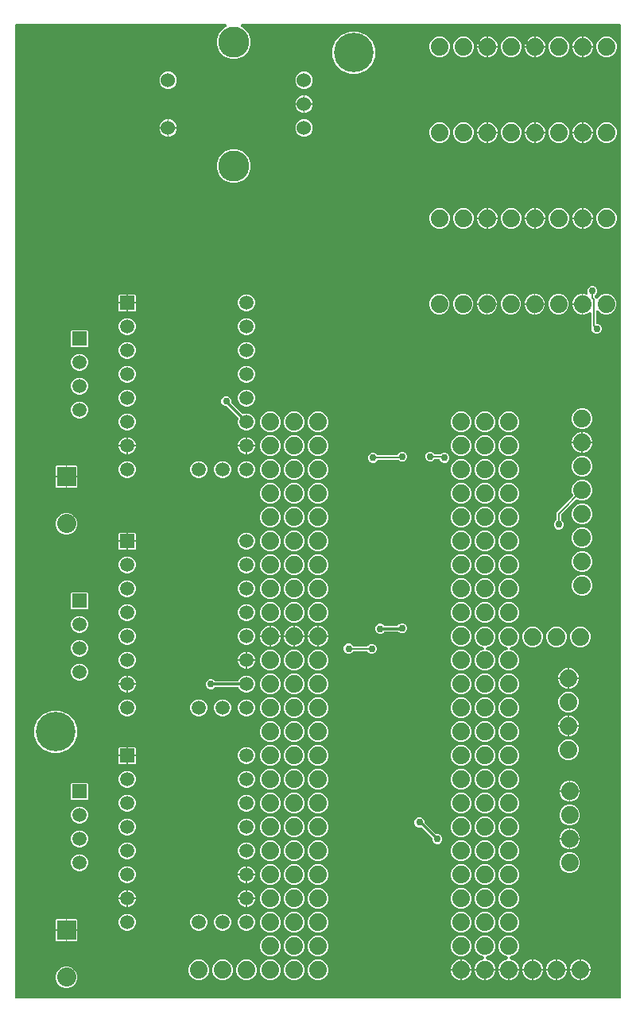
<source format=gbr>
G04 EAGLE Gerber RS-274X export*
G75*
%MOMM*%
%FSLAX34Y34*%
%LPD*%
%INBottom Copper*%
%IPPOS*%
%AMOC8*
5,1,8,0,0,1.08239X$1,22.5*%
G01*
G04 Define Apertures*
%ADD10C,1.508000*%
%ADD11R,1.508000X1.508000*%
%ADD12C,1.879600*%
%ADD13R,2.032000X2.032000*%
%ADD14C,2.032000*%
%ADD15C,1.524000*%
%ADD16C,3.302000*%
%ADD17C,0.756400*%
%ADD18C,4.216400*%
%ADD19C,0.203200*%
%ADD20C,0.304800*%
%ADD21C,0.508000*%
G36*
X283550Y7741D02*
X282956Y7620D01*
X-359156Y7620D01*
X-359705Y7722D01*
X-360216Y8049D01*
X-360559Y8550D01*
X-360680Y9144D01*
X-360680Y1044956D01*
X-360578Y1045505D01*
X-360251Y1046016D01*
X-359750Y1046359D01*
X-359156Y1046480D01*
X-136756Y1046480D01*
X-136241Y1046390D01*
X-135723Y1046076D01*
X-135368Y1045584D01*
X-135233Y1044992D01*
X-135339Y1044395D01*
X-135670Y1043887D01*
X-136173Y1043548D01*
X-138176Y1042718D01*
X-143249Y1037645D01*
X-145994Y1031017D01*
X-145994Y1023843D01*
X-143249Y1017215D01*
X-138176Y1012142D01*
X-131548Y1009396D01*
X-124373Y1009396D01*
X-117745Y1012142D01*
X-112672Y1017215D01*
X-109926Y1023843D01*
X-109926Y1031017D01*
X-112672Y1037645D01*
X-117745Y1042718D01*
X-119748Y1043548D01*
X-120189Y1043828D01*
X-120548Y1044317D01*
X-120688Y1044907D01*
X-120586Y1045505D01*
X-120259Y1046016D01*
X-119759Y1046359D01*
X-119164Y1046480D01*
X282956Y1046480D01*
X283505Y1046378D01*
X284016Y1046051D01*
X284359Y1045550D01*
X284480Y1044956D01*
X284480Y9144D01*
X284378Y8595D01*
X284051Y8084D01*
X283550Y7741D01*
G37*
%LPC*%
G36*
X-4497Y993394D02*
X4497Y993394D01*
X12805Y996836D01*
X19164Y1003195D01*
X22606Y1011503D01*
X22606Y1020497D01*
X19164Y1028805D01*
X12805Y1035164D01*
X4497Y1038606D01*
X-4497Y1038606D01*
X-12805Y1035164D01*
X-19164Y1028805D01*
X-22606Y1020497D01*
X-22606Y1011503D01*
X-19164Y1003195D01*
X-12805Y996836D01*
X-4497Y993394D01*
G37*
G36*
X267068Y1011428D02*
X271413Y1011428D01*
X275427Y1013091D01*
X278499Y1016163D01*
X280162Y1020178D01*
X280162Y1024523D01*
X278499Y1028537D01*
X275427Y1031609D01*
X271413Y1033272D01*
X267068Y1033272D01*
X263053Y1031609D01*
X259981Y1028537D01*
X258318Y1024523D01*
X258318Y1020178D01*
X259981Y1016163D01*
X263053Y1013091D01*
X267068Y1011428D01*
G37*
G36*
X232918Y1023112D02*
X243078Y1023112D01*
X243078Y1033272D01*
X241668Y1033272D01*
X237653Y1031609D01*
X234581Y1028537D01*
X232918Y1024523D01*
X232918Y1023112D01*
G37*
G36*
X216268Y1011428D02*
X220613Y1011428D01*
X224627Y1013091D01*
X227699Y1016163D01*
X229362Y1020178D01*
X229362Y1024523D01*
X227699Y1028537D01*
X224627Y1031609D01*
X220613Y1033272D01*
X216268Y1033272D01*
X212253Y1031609D01*
X209181Y1028537D01*
X207518Y1024523D01*
X207518Y1020178D01*
X209181Y1016163D01*
X212253Y1013091D01*
X216268Y1011428D01*
G37*
G36*
X182118Y1023112D02*
X192278Y1023112D01*
X192278Y1033272D01*
X190868Y1033272D01*
X186853Y1031609D01*
X183781Y1028537D01*
X182118Y1024523D01*
X182118Y1023112D01*
G37*
G36*
X165468Y1011428D02*
X169813Y1011428D01*
X173827Y1013091D01*
X176899Y1016163D01*
X178562Y1020178D01*
X178562Y1024523D01*
X176899Y1028537D01*
X173827Y1031609D01*
X169813Y1033272D01*
X165468Y1033272D01*
X161453Y1031609D01*
X158381Y1028537D01*
X156718Y1024523D01*
X156718Y1020178D01*
X158381Y1016163D01*
X161453Y1013091D01*
X165468Y1011428D01*
G37*
G36*
X131318Y1023112D02*
X141478Y1023112D01*
X141478Y1033272D01*
X140068Y1033272D01*
X136053Y1031609D01*
X132981Y1028537D01*
X131318Y1024523D01*
X131318Y1023112D01*
G37*
G36*
X114668Y1011428D02*
X119013Y1011428D01*
X123027Y1013091D01*
X126099Y1016163D01*
X127762Y1020178D01*
X127762Y1024523D01*
X126099Y1028537D01*
X123027Y1031609D01*
X119013Y1033272D01*
X114668Y1033272D01*
X110653Y1031609D01*
X107581Y1028537D01*
X105918Y1024523D01*
X105918Y1020178D01*
X107581Y1016163D01*
X110653Y1013091D01*
X114668Y1011428D01*
G37*
G36*
X89268Y1011428D02*
X93613Y1011428D01*
X97627Y1013091D01*
X100699Y1016163D01*
X102362Y1020178D01*
X102362Y1024523D01*
X100699Y1028537D01*
X97627Y1031609D01*
X93613Y1033272D01*
X89268Y1033272D01*
X85253Y1031609D01*
X82181Y1028537D01*
X80518Y1024523D01*
X80518Y1020178D01*
X82181Y1016163D01*
X85253Y1013091D01*
X89268Y1011428D01*
G37*
G36*
X143002Y1023112D02*
X153162Y1023112D01*
X153162Y1024523D01*
X151499Y1028537D01*
X148427Y1031609D01*
X144413Y1033272D01*
X143002Y1033272D01*
X143002Y1023112D01*
G37*
G36*
X193802Y1023112D02*
X203962Y1023112D01*
X203962Y1024523D01*
X202299Y1028537D01*
X199227Y1031609D01*
X195213Y1033272D01*
X193802Y1033272D01*
X193802Y1023112D01*
G37*
G36*
X244602Y1023112D02*
X254762Y1023112D01*
X254762Y1024523D01*
X253099Y1028537D01*
X250027Y1031609D01*
X246013Y1033272D01*
X244602Y1033272D01*
X244602Y1023112D01*
G37*
G36*
X244602Y1011428D02*
X246013Y1011428D01*
X250027Y1013091D01*
X253099Y1016163D01*
X254762Y1020178D01*
X254762Y1021588D01*
X244602Y1021588D01*
X244602Y1011428D01*
G37*
G36*
X241668Y1011428D02*
X243078Y1011428D01*
X243078Y1021588D01*
X232918Y1021588D01*
X232918Y1020178D01*
X234581Y1016163D01*
X237653Y1013091D01*
X241668Y1011428D01*
G37*
G36*
X193802Y1011428D02*
X195213Y1011428D01*
X199227Y1013091D01*
X202299Y1016163D01*
X203962Y1020178D01*
X203962Y1021588D01*
X193802Y1021588D01*
X193802Y1011428D01*
G37*
G36*
X190868Y1011428D02*
X192278Y1011428D01*
X192278Y1021588D01*
X182118Y1021588D01*
X182118Y1020178D01*
X183781Y1016163D01*
X186853Y1013091D01*
X190868Y1011428D01*
G37*
G36*
X143002Y1011428D02*
X144413Y1011428D01*
X148427Y1013091D01*
X151499Y1016163D01*
X153162Y1020178D01*
X153162Y1021588D01*
X143002Y1021588D01*
X143002Y1011428D01*
G37*
G36*
X140068Y1011428D02*
X141478Y1011428D01*
X141478Y1021588D01*
X131318Y1021588D01*
X131318Y1020178D01*
X132981Y1016163D01*
X136053Y1013091D01*
X140068Y1011428D01*
G37*
G36*
X-54849Y977646D02*
X-51212Y977646D01*
X-47851Y979038D01*
X-45279Y981610D01*
X-43886Y984971D01*
X-43886Y988609D01*
X-45279Y991970D01*
X-47851Y994542D01*
X-51212Y995934D01*
X-54849Y995934D01*
X-58210Y994542D01*
X-60782Y991970D01*
X-62174Y988609D01*
X-62174Y984971D01*
X-60782Y981610D01*
X-58210Y979038D01*
X-54849Y977646D01*
G37*
G36*
X-199629Y977646D02*
X-195992Y977646D01*
X-192631Y979038D01*
X-190059Y981610D01*
X-188666Y984971D01*
X-188666Y988609D01*
X-190059Y991970D01*
X-192631Y994542D01*
X-195992Y995934D01*
X-199629Y995934D01*
X-202990Y994542D01*
X-205562Y991970D01*
X-206954Y988609D01*
X-206954Y984971D01*
X-205562Y981610D01*
X-202990Y979038D01*
X-199629Y977646D01*
G37*
G36*
X-62174Y962152D02*
X-53792Y962152D01*
X-53792Y970534D01*
X-54849Y970534D01*
X-58210Y969142D01*
X-60782Y966570D01*
X-62174Y963209D01*
X-62174Y962152D01*
G37*
G36*
X-52268Y962152D02*
X-43886Y962152D01*
X-43886Y963209D01*
X-45279Y966570D01*
X-47851Y969142D01*
X-51212Y970534D01*
X-52268Y970534D01*
X-52268Y962152D01*
G37*
G36*
X-52268Y952246D02*
X-51212Y952246D01*
X-47851Y953638D01*
X-45279Y956210D01*
X-43886Y959571D01*
X-43886Y960628D01*
X-52268Y960628D01*
X-52268Y952246D01*
G37*
G36*
X-54849Y952246D02*
X-53792Y952246D01*
X-53792Y960628D01*
X-62174Y960628D01*
X-62174Y959571D01*
X-60782Y956210D01*
X-58210Y953638D01*
X-54849Y952246D01*
G37*
G36*
X-206954Y936752D02*
X-198572Y936752D01*
X-198572Y945134D01*
X-199629Y945134D01*
X-202990Y943742D01*
X-205562Y941170D01*
X-206954Y937809D01*
X-206954Y936752D01*
G37*
G36*
X-54849Y926846D02*
X-51212Y926846D01*
X-47851Y928238D01*
X-45279Y930810D01*
X-43886Y934171D01*
X-43886Y937809D01*
X-45279Y941170D01*
X-47851Y943742D01*
X-51212Y945134D01*
X-54849Y945134D01*
X-58210Y943742D01*
X-60782Y941170D01*
X-62174Y937809D01*
X-62174Y934171D01*
X-60782Y930810D01*
X-58210Y928238D01*
X-54849Y926846D01*
G37*
G36*
X-197048Y936752D02*
X-188666Y936752D01*
X-188666Y937809D01*
X-190059Y941170D01*
X-192631Y943742D01*
X-195992Y945134D01*
X-197048Y945134D01*
X-197048Y936752D01*
G37*
G36*
X232918Y931672D02*
X243078Y931672D01*
X243078Y941832D01*
X241668Y941832D01*
X237653Y940169D01*
X234581Y937097D01*
X232918Y933083D01*
X232918Y931672D01*
G37*
G36*
X216268Y919988D02*
X220613Y919988D01*
X224627Y921651D01*
X227699Y924723D01*
X229362Y928738D01*
X229362Y933083D01*
X227699Y937097D01*
X224627Y940169D01*
X220613Y941832D01*
X216268Y941832D01*
X212253Y940169D01*
X209181Y937097D01*
X207518Y933083D01*
X207518Y928738D01*
X209181Y924723D01*
X212253Y921651D01*
X216268Y919988D01*
G37*
G36*
X182118Y931672D02*
X192278Y931672D01*
X192278Y941832D01*
X190868Y941832D01*
X186853Y940169D01*
X183781Y937097D01*
X182118Y933083D01*
X182118Y931672D01*
G37*
G36*
X165468Y919988D02*
X169813Y919988D01*
X173827Y921651D01*
X176899Y924723D01*
X178562Y928738D01*
X178562Y933083D01*
X176899Y937097D01*
X173827Y940169D01*
X169813Y941832D01*
X165468Y941832D01*
X161453Y940169D01*
X158381Y937097D01*
X156718Y933083D01*
X156718Y928738D01*
X158381Y924723D01*
X161453Y921651D01*
X165468Y919988D01*
G37*
G36*
X131318Y931672D02*
X141478Y931672D01*
X141478Y941832D01*
X140068Y941832D01*
X136053Y940169D01*
X132981Y937097D01*
X131318Y933083D01*
X131318Y931672D01*
G37*
G36*
X267068Y919988D02*
X271413Y919988D01*
X275427Y921651D01*
X278499Y924723D01*
X280162Y928738D01*
X280162Y933083D01*
X278499Y937097D01*
X275427Y940169D01*
X271413Y941832D01*
X267068Y941832D01*
X263053Y940169D01*
X259981Y937097D01*
X258318Y933083D01*
X258318Y928738D01*
X259981Y924723D01*
X263053Y921651D01*
X267068Y919988D01*
G37*
G36*
X89268Y919988D02*
X93613Y919988D01*
X97627Y921651D01*
X100699Y924723D01*
X102362Y928738D01*
X102362Y933083D01*
X100699Y937097D01*
X97627Y940169D01*
X93613Y941832D01*
X89268Y941832D01*
X85253Y940169D01*
X82181Y937097D01*
X80518Y933083D01*
X80518Y928738D01*
X82181Y924723D01*
X85253Y921651D01*
X89268Y919988D01*
G37*
G36*
X114668Y919988D02*
X119013Y919988D01*
X123027Y921651D01*
X126099Y924723D01*
X127762Y928738D01*
X127762Y933083D01*
X126099Y937097D01*
X123027Y940169D01*
X119013Y941832D01*
X114668Y941832D01*
X110653Y940169D01*
X107581Y937097D01*
X105918Y933083D01*
X105918Y928738D01*
X107581Y924723D01*
X110653Y921651D01*
X114668Y919988D01*
G37*
G36*
X143002Y931672D02*
X153162Y931672D01*
X153162Y933083D01*
X151499Y937097D01*
X148427Y940169D01*
X144413Y941832D01*
X143002Y941832D01*
X143002Y931672D01*
G37*
G36*
X193802Y931672D02*
X203962Y931672D01*
X203962Y933083D01*
X202299Y937097D01*
X199227Y940169D01*
X195213Y941832D01*
X193802Y941832D01*
X193802Y931672D01*
G37*
G36*
X244602Y931672D02*
X254762Y931672D01*
X254762Y933083D01*
X253099Y937097D01*
X250027Y940169D01*
X246013Y941832D01*
X244602Y941832D01*
X244602Y931672D01*
G37*
G36*
X-197048Y926846D02*
X-195992Y926846D01*
X-192631Y928238D01*
X-190059Y930810D01*
X-188666Y934171D01*
X-188666Y935228D01*
X-197048Y935228D01*
X-197048Y926846D01*
G37*
G36*
X-199629Y926846D02*
X-198572Y926846D01*
X-198572Y935228D01*
X-206954Y935228D01*
X-206954Y934171D01*
X-205562Y930810D01*
X-202990Y928238D01*
X-199629Y926846D01*
G37*
G36*
X244602Y919988D02*
X246013Y919988D01*
X250027Y921651D01*
X253099Y924723D01*
X254762Y928738D01*
X254762Y930148D01*
X244602Y930148D01*
X244602Y919988D01*
G37*
G36*
X241668Y919988D02*
X243078Y919988D01*
X243078Y930148D01*
X232918Y930148D01*
X232918Y928738D01*
X234581Y924723D01*
X237653Y921651D01*
X241668Y919988D01*
G37*
G36*
X193802Y919988D02*
X195213Y919988D01*
X199227Y921651D01*
X202299Y924723D01*
X203962Y928738D01*
X203962Y930148D01*
X193802Y930148D01*
X193802Y919988D01*
G37*
G36*
X190868Y919988D02*
X192278Y919988D01*
X192278Y930148D01*
X182118Y930148D01*
X182118Y928738D01*
X183781Y924723D01*
X186853Y921651D01*
X190868Y919988D01*
G37*
G36*
X143002Y919988D02*
X144413Y919988D01*
X148427Y921651D01*
X151499Y924723D01*
X153162Y928738D01*
X153162Y930148D01*
X143002Y930148D01*
X143002Y919988D01*
G37*
G36*
X140068Y919988D02*
X141478Y919988D01*
X141478Y930148D01*
X131318Y930148D01*
X131318Y928738D01*
X132981Y924723D01*
X136053Y921651D01*
X140068Y919988D01*
G37*
G36*
X-131548Y877316D02*
X-124373Y877316D01*
X-117745Y880062D01*
X-112672Y885135D01*
X-109926Y891763D01*
X-109926Y898937D01*
X-112672Y905565D01*
X-117745Y910638D01*
X-124373Y913384D01*
X-131548Y913384D01*
X-138176Y910638D01*
X-143249Y905565D01*
X-145994Y898937D01*
X-145994Y891763D01*
X-143249Y885135D01*
X-138176Y880062D01*
X-131548Y877316D01*
G37*
G36*
X267068Y828548D02*
X271413Y828548D01*
X275427Y830211D01*
X278499Y833283D01*
X280162Y837298D01*
X280162Y841643D01*
X278499Y845657D01*
X275427Y848729D01*
X271413Y850392D01*
X267068Y850392D01*
X263053Y848729D01*
X259981Y845657D01*
X258318Y841643D01*
X258318Y837298D01*
X259981Y833283D01*
X263053Y830211D01*
X267068Y828548D01*
G37*
G36*
X232918Y840232D02*
X243078Y840232D01*
X243078Y850392D01*
X241668Y850392D01*
X237653Y848729D01*
X234581Y845657D01*
X232918Y841643D01*
X232918Y840232D01*
G37*
G36*
X216268Y828548D02*
X220613Y828548D01*
X224627Y830211D01*
X227699Y833283D01*
X229362Y837298D01*
X229362Y841643D01*
X227699Y845657D01*
X224627Y848729D01*
X220613Y850392D01*
X216268Y850392D01*
X212253Y848729D01*
X209181Y845657D01*
X207518Y841643D01*
X207518Y837298D01*
X209181Y833283D01*
X212253Y830211D01*
X216268Y828548D01*
G37*
G36*
X182118Y840232D02*
X192278Y840232D01*
X192278Y850392D01*
X190868Y850392D01*
X186853Y848729D01*
X183781Y845657D01*
X182118Y841643D01*
X182118Y840232D01*
G37*
G36*
X165468Y828548D02*
X169813Y828548D01*
X173827Y830211D01*
X176899Y833283D01*
X178562Y837298D01*
X178562Y841643D01*
X176899Y845657D01*
X173827Y848729D01*
X169813Y850392D01*
X165468Y850392D01*
X161453Y848729D01*
X158381Y845657D01*
X156718Y841643D01*
X156718Y837298D01*
X158381Y833283D01*
X161453Y830211D01*
X165468Y828548D01*
G37*
G36*
X131318Y840232D02*
X141478Y840232D01*
X141478Y850392D01*
X140068Y850392D01*
X136053Y848729D01*
X132981Y845657D01*
X131318Y841643D01*
X131318Y840232D01*
G37*
G36*
X114668Y828548D02*
X119013Y828548D01*
X123027Y830211D01*
X126099Y833283D01*
X127762Y837298D01*
X127762Y841643D01*
X126099Y845657D01*
X123027Y848729D01*
X119013Y850392D01*
X114668Y850392D01*
X110653Y848729D01*
X107581Y845657D01*
X105918Y841643D01*
X105918Y837298D01*
X107581Y833283D01*
X110653Y830211D01*
X114668Y828548D01*
G37*
G36*
X89268Y828548D02*
X93613Y828548D01*
X97627Y830211D01*
X100699Y833283D01*
X102362Y837298D01*
X102362Y841643D01*
X100699Y845657D01*
X97627Y848729D01*
X93613Y850392D01*
X89268Y850392D01*
X85253Y848729D01*
X82181Y845657D01*
X80518Y841643D01*
X80518Y837298D01*
X82181Y833283D01*
X85253Y830211D01*
X89268Y828548D01*
G37*
G36*
X143002Y840232D02*
X153162Y840232D01*
X153162Y841643D01*
X151499Y845657D01*
X148427Y848729D01*
X144413Y850392D01*
X143002Y850392D01*
X143002Y840232D01*
G37*
G36*
X193802Y840232D02*
X203962Y840232D01*
X203962Y841643D01*
X202299Y845657D01*
X199227Y848729D01*
X195213Y850392D01*
X193802Y850392D01*
X193802Y840232D01*
G37*
G36*
X244602Y840232D02*
X254762Y840232D01*
X254762Y841643D01*
X253099Y845657D01*
X250027Y848729D01*
X246013Y850392D01*
X244602Y850392D01*
X244602Y840232D01*
G37*
G36*
X244602Y828548D02*
X246013Y828548D01*
X250027Y830211D01*
X253099Y833283D01*
X254762Y837298D01*
X254762Y838708D01*
X244602Y838708D01*
X244602Y828548D01*
G37*
G36*
X241668Y828548D02*
X243078Y828548D01*
X243078Y838708D01*
X232918Y838708D01*
X232918Y837298D01*
X234581Y833283D01*
X237653Y830211D01*
X241668Y828548D01*
G37*
G36*
X193802Y828548D02*
X195213Y828548D01*
X199227Y830211D01*
X202299Y833283D01*
X203962Y837298D01*
X203962Y838708D01*
X193802Y838708D01*
X193802Y828548D01*
G37*
G36*
X190868Y828548D02*
X192278Y828548D01*
X192278Y838708D01*
X182118Y838708D01*
X182118Y837298D01*
X183781Y833283D01*
X186853Y830211D01*
X190868Y828548D01*
G37*
G36*
X143002Y828548D02*
X144413Y828548D01*
X148427Y830211D01*
X151499Y833283D01*
X153162Y837298D01*
X153162Y838708D01*
X143002Y838708D01*
X143002Y828548D01*
G37*
G36*
X140068Y828548D02*
X141478Y828548D01*
X141478Y838708D01*
X131318Y838708D01*
X131318Y837298D01*
X132981Y833283D01*
X136053Y830211D01*
X140068Y828548D01*
G37*
G36*
X257715Y716363D02*
X259825Y716363D01*
X261776Y717170D01*
X263268Y718663D01*
X264076Y720613D01*
X264076Y722724D01*
X263268Y724674D01*
X261776Y726167D01*
X259825Y726975D01*
X259371Y726975D01*
X258822Y727077D01*
X258311Y727404D01*
X257968Y727904D01*
X257847Y728499D01*
X257847Y739827D01*
X257941Y740354D01*
X258260Y740870D01*
X258754Y741221D01*
X259347Y741351D01*
X259943Y741240D01*
X260449Y740905D01*
X262582Y738771D01*
X266597Y737108D01*
X270942Y737108D01*
X274956Y738771D01*
X278028Y741843D01*
X279691Y745858D01*
X279691Y750203D01*
X278028Y754217D01*
X274956Y757289D01*
X270942Y758952D01*
X266597Y758952D01*
X262582Y757289D01*
X259661Y754368D01*
X259200Y754052D01*
X258608Y753922D01*
X258012Y754033D01*
X257506Y754368D01*
X256986Y754888D01*
X256661Y755371D01*
X256540Y755966D01*
X256540Y756405D01*
X256651Y756977D01*
X256986Y757483D01*
X258498Y758994D01*
X259306Y760945D01*
X259306Y763055D01*
X258498Y765006D01*
X257006Y766498D01*
X255055Y767306D01*
X252945Y767306D01*
X250994Y766498D01*
X249502Y765006D01*
X248694Y763055D01*
X248694Y760945D01*
X248935Y760363D01*
X249050Y759840D01*
X248953Y759241D01*
X248630Y758728D01*
X248133Y758381D01*
X247539Y758256D01*
X246944Y758371D01*
X245542Y758952D01*
X244131Y758952D01*
X244131Y737108D01*
X245542Y737108D01*
X249556Y738771D01*
X250166Y739381D01*
X250604Y739687D01*
X251195Y739826D01*
X251793Y739724D01*
X252303Y739398D01*
X252646Y738897D01*
X252767Y738303D01*
X252767Y724079D01*
X253018Y723829D01*
X253343Y723346D01*
X253464Y722751D01*
X253464Y720613D01*
X254272Y718663D01*
X255764Y717170D01*
X257715Y716363D01*
G37*
G36*
X232447Y748792D02*
X242607Y748792D01*
X242607Y758952D01*
X241197Y758952D01*
X237182Y757289D01*
X234110Y754217D01*
X232447Y750203D01*
X232447Y748792D01*
G37*
G36*
X215797Y737108D02*
X220142Y737108D01*
X224156Y738771D01*
X227228Y741843D01*
X228891Y745858D01*
X228891Y750203D01*
X227228Y754217D01*
X224156Y757289D01*
X220142Y758952D01*
X215797Y758952D01*
X211782Y757289D01*
X208710Y754217D01*
X207047Y750203D01*
X207047Y745858D01*
X208710Y741843D01*
X211782Y738771D01*
X215797Y737108D01*
G37*
G36*
X181647Y748792D02*
X191807Y748792D01*
X191807Y758952D01*
X190397Y758952D01*
X186382Y757289D01*
X183310Y754217D01*
X181647Y750203D01*
X181647Y748792D01*
G37*
G36*
X164997Y737108D02*
X169342Y737108D01*
X173356Y738771D01*
X176428Y741843D01*
X178091Y745858D01*
X178091Y750203D01*
X176428Y754217D01*
X173356Y757289D01*
X169342Y758952D01*
X164997Y758952D01*
X160982Y757289D01*
X157910Y754217D01*
X156247Y750203D01*
X156247Y745858D01*
X157910Y741843D01*
X160982Y738771D01*
X164997Y737108D01*
G37*
G36*
X130847Y748792D02*
X141007Y748792D01*
X141007Y758952D01*
X139597Y758952D01*
X135582Y757289D01*
X132510Y754217D01*
X130847Y750203D01*
X130847Y748792D01*
G37*
G36*
X114197Y737108D02*
X118542Y737108D01*
X122556Y738771D01*
X125628Y741843D01*
X127291Y745858D01*
X127291Y750203D01*
X125628Y754217D01*
X122556Y757289D01*
X118542Y758952D01*
X114197Y758952D01*
X110182Y757289D01*
X107110Y754217D01*
X105447Y750203D01*
X105447Y745858D01*
X107110Y741843D01*
X110182Y738771D01*
X114197Y737108D01*
G37*
G36*
X88797Y737108D02*
X93142Y737108D01*
X97156Y738771D01*
X100228Y741843D01*
X101891Y745858D01*
X101891Y750203D01*
X100228Y754217D01*
X97156Y757289D01*
X93142Y758952D01*
X88797Y758952D01*
X84782Y757289D01*
X81710Y754217D01*
X80047Y750203D01*
X80047Y745858D01*
X81710Y741843D01*
X84782Y738771D01*
X88797Y737108D01*
G37*
G36*
X142531Y748792D02*
X152691Y748792D01*
X152691Y750203D01*
X151028Y754217D01*
X147956Y757289D01*
X143942Y758952D01*
X142531Y758952D01*
X142531Y748792D01*
G37*
G36*
X193331Y748792D02*
X203491Y748792D01*
X203491Y750203D01*
X201828Y754217D01*
X198756Y757289D01*
X194742Y758952D01*
X193331Y758952D01*
X193331Y748792D01*
G37*
G36*
X-250364Y750062D02*
X-242062Y750062D01*
X-242062Y758364D01*
X-249471Y758364D01*
X-250364Y757471D01*
X-250364Y750062D01*
G37*
G36*
X-116103Y740236D02*
X-112497Y740236D01*
X-109166Y741616D01*
X-106616Y744166D01*
X-105236Y747497D01*
X-105236Y751103D01*
X-106616Y754434D01*
X-109166Y756984D01*
X-112497Y758364D01*
X-116103Y758364D01*
X-119434Y756984D01*
X-121984Y754434D01*
X-123364Y751103D01*
X-123364Y747497D01*
X-121984Y744166D01*
X-119434Y741616D01*
X-116103Y740236D01*
G37*
G36*
X-240538Y750062D02*
X-232236Y750062D01*
X-232236Y757471D01*
X-233129Y758364D01*
X-240538Y758364D01*
X-240538Y750062D01*
G37*
G36*
X-249471Y740236D02*
X-242062Y740236D01*
X-242062Y748538D01*
X-250364Y748538D01*
X-250364Y741129D01*
X-249471Y740236D01*
G37*
G36*
X-240538Y740236D02*
X-233129Y740236D01*
X-232236Y741129D01*
X-232236Y748538D01*
X-240538Y748538D01*
X-240538Y740236D01*
G37*
G36*
X241197Y737108D02*
X242607Y737108D01*
X242607Y747268D01*
X232447Y747268D01*
X232447Y745858D01*
X234110Y741843D01*
X237182Y738771D01*
X241197Y737108D01*
G37*
G36*
X193331Y737108D02*
X194742Y737108D01*
X198756Y738771D01*
X201828Y741843D01*
X203491Y745858D01*
X203491Y747268D01*
X193331Y747268D01*
X193331Y737108D01*
G37*
G36*
X190397Y737108D02*
X191807Y737108D01*
X191807Y747268D01*
X181647Y747268D01*
X181647Y745858D01*
X183310Y741843D01*
X186382Y738771D01*
X190397Y737108D01*
G37*
G36*
X142531Y737108D02*
X143942Y737108D01*
X147956Y738771D01*
X151028Y741843D01*
X152691Y745858D01*
X152691Y747268D01*
X142531Y747268D01*
X142531Y737108D01*
G37*
G36*
X139597Y737108D02*
X141007Y737108D01*
X141007Y747268D01*
X130847Y747268D01*
X130847Y745858D01*
X132510Y741843D01*
X135582Y738771D01*
X139597Y737108D01*
G37*
G36*
X-116103Y714836D02*
X-112497Y714836D01*
X-109166Y716216D01*
X-106616Y718766D01*
X-105236Y722097D01*
X-105236Y725703D01*
X-106616Y729034D01*
X-109166Y731584D01*
X-112497Y732964D01*
X-116103Y732964D01*
X-119434Y731584D01*
X-121984Y729034D01*
X-123364Y725703D01*
X-123364Y722097D01*
X-121984Y718766D01*
X-119434Y716216D01*
X-116103Y714836D01*
G37*
G36*
X-243103Y714836D02*
X-239497Y714836D01*
X-236166Y716216D01*
X-233616Y718766D01*
X-232236Y722097D01*
X-232236Y725703D01*
X-233616Y729034D01*
X-236166Y731584D01*
X-239497Y732964D01*
X-243103Y732964D01*
X-246434Y731584D01*
X-248984Y729034D01*
X-250364Y725703D01*
X-250364Y722097D01*
X-248984Y718766D01*
X-246434Y716216D01*
X-243103Y714836D01*
G37*
G36*
X-300271Y702136D02*
X-283929Y702136D01*
X-283036Y703029D01*
X-283036Y719371D01*
X-283929Y720264D01*
X-300271Y720264D01*
X-301164Y719371D01*
X-301164Y703029D01*
X-300271Y702136D01*
G37*
G36*
X-243103Y689436D02*
X-239497Y689436D01*
X-236166Y690816D01*
X-233616Y693366D01*
X-232236Y696697D01*
X-232236Y700303D01*
X-233616Y703634D01*
X-236166Y706184D01*
X-239497Y707564D01*
X-243103Y707564D01*
X-246434Y706184D01*
X-248984Y703634D01*
X-250364Y700303D01*
X-250364Y696697D01*
X-248984Y693366D01*
X-246434Y690816D01*
X-243103Y689436D01*
G37*
G36*
X-116103Y689436D02*
X-112497Y689436D01*
X-109166Y690816D01*
X-106616Y693366D01*
X-105236Y696697D01*
X-105236Y700303D01*
X-106616Y703634D01*
X-109166Y706184D01*
X-112497Y707564D01*
X-116103Y707564D01*
X-119434Y706184D01*
X-121984Y703634D01*
X-123364Y700303D01*
X-123364Y696697D01*
X-121984Y693366D01*
X-119434Y690816D01*
X-116103Y689436D01*
G37*
G36*
X-293903Y676736D02*
X-290297Y676736D01*
X-286966Y678116D01*
X-284416Y680666D01*
X-283036Y683997D01*
X-283036Y687603D01*
X-284416Y690934D01*
X-286966Y693484D01*
X-290297Y694864D01*
X-293903Y694864D01*
X-297234Y693484D01*
X-299784Y690934D01*
X-301164Y687603D01*
X-301164Y683997D01*
X-299784Y680666D01*
X-297234Y678116D01*
X-293903Y676736D01*
G37*
G36*
X-243103Y664036D02*
X-239497Y664036D01*
X-236166Y665416D01*
X-233616Y667966D01*
X-232236Y671297D01*
X-232236Y674903D01*
X-233616Y678234D01*
X-236166Y680784D01*
X-239497Y682164D01*
X-243103Y682164D01*
X-246434Y680784D01*
X-248984Y678234D01*
X-250364Y674903D01*
X-250364Y671297D01*
X-248984Y667966D01*
X-246434Y665416D01*
X-243103Y664036D01*
G37*
G36*
X-116103Y664036D02*
X-112497Y664036D01*
X-109166Y665416D01*
X-106616Y667966D01*
X-105236Y671297D01*
X-105236Y674903D01*
X-106616Y678234D01*
X-109166Y680784D01*
X-112497Y682164D01*
X-116103Y682164D01*
X-119434Y680784D01*
X-121984Y678234D01*
X-123364Y674903D01*
X-123364Y671297D01*
X-121984Y667966D01*
X-119434Y665416D01*
X-116103Y664036D01*
G37*
G36*
X-293903Y651336D02*
X-290297Y651336D01*
X-286966Y652716D01*
X-284416Y655266D01*
X-283036Y658597D01*
X-283036Y662203D01*
X-284416Y665534D01*
X-286966Y668084D01*
X-290297Y669464D01*
X-293903Y669464D01*
X-297234Y668084D01*
X-299784Y665534D01*
X-301164Y662203D01*
X-301164Y658597D01*
X-299784Y655266D01*
X-297234Y652716D01*
X-293903Y651336D01*
G37*
G36*
X-243103Y638636D02*
X-239497Y638636D01*
X-236166Y640016D01*
X-233616Y642566D01*
X-232236Y645897D01*
X-232236Y649503D01*
X-233616Y652834D01*
X-236166Y655384D01*
X-239497Y656764D01*
X-243103Y656764D01*
X-246434Y655384D01*
X-248984Y652834D01*
X-250364Y649503D01*
X-250364Y645897D01*
X-248984Y642566D01*
X-246434Y640016D01*
X-243103Y638636D01*
G37*
G36*
X-116103Y638636D02*
X-112497Y638636D01*
X-109166Y640016D01*
X-106616Y642566D01*
X-105236Y645897D01*
X-105236Y649503D01*
X-106616Y652834D01*
X-109166Y655384D01*
X-112497Y656764D01*
X-116103Y656764D01*
X-119434Y655384D01*
X-121984Y652834D01*
X-123364Y649503D01*
X-123364Y645897D01*
X-121984Y642566D01*
X-119434Y640016D01*
X-116103Y638636D01*
G37*
G36*
X-116103Y613236D02*
X-112497Y613236D01*
X-109166Y614616D01*
X-106616Y617166D01*
X-105236Y620497D01*
X-105236Y624103D01*
X-106616Y627434D01*
X-109166Y629984D01*
X-112497Y631364D01*
X-116103Y631364D01*
X-117249Y630890D01*
X-117807Y630774D01*
X-118404Y630885D01*
X-118909Y631220D01*
X-130000Y642310D01*
X-130325Y642793D01*
X-130446Y643388D01*
X-130446Y645588D01*
X-131254Y647538D01*
X-132746Y649031D01*
X-134697Y649839D01*
X-136807Y649839D01*
X-138758Y649031D01*
X-140250Y647538D01*
X-141058Y645588D01*
X-141058Y643477D01*
X-140250Y641527D01*
X-138758Y640034D01*
X-136807Y639227D01*
X-136168Y639227D01*
X-135596Y639115D01*
X-135091Y638780D01*
X-123220Y626909D01*
X-122899Y626437D01*
X-122774Y625844D01*
X-122890Y625249D01*
X-123364Y624103D01*
X-123364Y620497D01*
X-121984Y617166D01*
X-119434Y614616D01*
X-116103Y613236D01*
G37*
G36*
X-293903Y625936D02*
X-290297Y625936D01*
X-286966Y627316D01*
X-284416Y629866D01*
X-283036Y633197D01*
X-283036Y636803D01*
X-284416Y640134D01*
X-286966Y642684D01*
X-290297Y644064D01*
X-293903Y644064D01*
X-297234Y642684D01*
X-299784Y640134D01*
X-301164Y636803D01*
X-301164Y633197D01*
X-299784Y629866D01*
X-297234Y627316D01*
X-293903Y625936D01*
G37*
G36*
X240978Y614896D02*
X245323Y614896D01*
X249338Y616559D01*
X252410Y619631D01*
X254073Y623646D01*
X254073Y627991D01*
X252410Y632005D01*
X249338Y635077D01*
X245323Y636740D01*
X240978Y636740D01*
X236964Y635077D01*
X233892Y632005D01*
X232229Y627991D01*
X232229Y623646D01*
X233892Y619631D01*
X236964Y616559D01*
X240978Y614896D01*
G37*
G36*
X137528Y611378D02*
X141873Y611378D01*
X145887Y613041D01*
X148959Y616113D01*
X150622Y620128D01*
X150622Y624473D01*
X148959Y628487D01*
X145887Y631559D01*
X141873Y633222D01*
X137528Y633222D01*
X133513Y631559D01*
X130441Y628487D01*
X128778Y624473D01*
X128778Y620128D01*
X130441Y616113D01*
X133513Y613041D01*
X137528Y611378D01*
G37*
G36*
X112128Y611378D02*
X116473Y611378D01*
X120487Y613041D01*
X123559Y616113D01*
X125222Y620128D01*
X125222Y624473D01*
X123559Y628487D01*
X120487Y631559D01*
X116473Y633222D01*
X112128Y633222D01*
X108113Y631559D01*
X105041Y628487D01*
X103378Y624473D01*
X103378Y620128D01*
X105041Y616113D01*
X108113Y613041D01*
X112128Y611378D01*
G37*
G36*
X-40273Y611378D02*
X-35928Y611378D01*
X-31913Y613041D01*
X-28841Y616113D01*
X-27178Y620128D01*
X-27178Y624473D01*
X-28841Y628487D01*
X-31913Y631559D01*
X-35928Y633222D01*
X-40273Y633222D01*
X-44287Y631559D01*
X-47359Y628487D01*
X-49022Y624473D01*
X-49022Y620128D01*
X-47359Y616113D01*
X-44287Y613041D01*
X-40273Y611378D01*
G37*
G36*
X-65673Y611378D02*
X-61328Y611378D01*
X-57313Y613041D01*
X-54241Y616113D01*
X-52578Y620128D01*
X-52578Y624473D01*
X-54241Y628487D01*
X-57313Y631559D01*
X-61328Y633222D01*
X-65673Y633222D01*
X-69687Y631559D01*
X-72759Y628487D01*
X-74422Y624473D01*
X-74422Y620128D01*
X-72759Y616113D01*
X-69687Y613041D01*
X-65673Y611378D01*
G37*
G36*
X-91073Y611378D02*
X-86728Y611378D01*
X-82713Y613041D01*
X-79641Y616113D01*
X-77978Y620128D01*
X-77978Y624473D01*
X-79641Y628487D01*
X-82713Y631559D01*
X-86728Y633222D01*
X-91073Y633222D01*
X-95087Y631559D01*
X-98159Y628487D01*
X-99822Y624473D01*
X-99822Y620128D01*
X-98159Y616113D01*
X-95087Y613041D01*
X-91073Y611378D01*
G37*
G36*
X162928Y611378D02*
X167273Y611378D01*
X171287Y613041D01*
X174359Y616113D01*
X176022Y620128D01*
X176022Y624473D01*
X174359Y628487D01*
X171287Y631559D01*
X167273Y633222D01*
X162928Y633222D01*
X158913Y631559D01*
X155841Y628487D01*
X154178Y624473D01*
X154178Y620128D01*
X155841Y616113D01*
X158913Y613041D01*
X162928Y611378D01*
G37*
G36*
X-243103Y613236D02*
X-239497Y613236D01*
X-236166Y614616D01*
X-233616Y617166D01*
X-232236Y620497D01*
X-232236Y624103D01*
X-233616Y627434D01*
X-236166Y629984D01*
X-239497Y631364D01*
X-243103Y631364D01*
X-246434Y629984D01*
X-248984Y627434D01*
X-250364Y624103D01*
X-250364Y620497D01*
X-248984Y617166D01*
X-246434Y614616D01*
X-243103Y613236D01*
G37*
G36*
X232229Y601180D02*
X242389Y601180D01*
X242389Y611340D01*
X240978Y611340D01*
X236964Y609677D01*
X233892Y606605D01*
X232229Y602591D01*
X232229Y601180D01*
G37*
G36*
X243913Y601180D02*
X254073Y601180D01*
X254073Y602591D01*
X252410Y606605D01*
X249338Y609677D01*
X245323Y611340D01*
X243913Y611340D01*
X243913Y601180D01*
G37*
G36*
X162928Y585978D02*
X167273Y585978D01*
X171287Y587641D01*
X174359Y590713D01*
X176022Y594728D01*
X176022Y599073D01*
X174359Y603087D01*
X171287Y606159D01*
X167273Y607822D01*
X162928Y607822D01*
X158913Y606159D01*
X155841Y603087D01*
X154178Y599073D01*
X154178Y594728D01*
X155841Y590713D01*
X158913Y587641D01*
X162928Y585978D01*
G37*
G36*
X137528Y585978D02*
X141873Y585978D01*
X145887Y587641D01*
X148959Y590713D01*
X150622Y594728D01*
X150622Y599073D01*
X148959Y603087D01*
X145887Y606159D01*
X141873Y607822D01*
X137528Y607822D01*
X133513Y606159D01*
X130441Y603087D01*
X128778Y599073D01*
X128778Y594728D01*
X130441Y590713D01*
X133513Y587641D01*
X137528Y585978D01*
G37*
G36*
X112128Y585978D02*
X116473Y585978D01*
X120487Y587641D01*
X123559Y590713D01*
X125222Y594728D01*
X125222Y599073D01*
X123559Y603087D01*
X120487Y606159D01*
X116473Y607822D01*
X112128Y607822D01*
X108113Y606159D01*
X105041Y603087D01*
X103378Y599073D01*
X103378Y594728D01*
X105041Y590713D01*
X108113Y587641D01*
X112128Y585978D01*
G37*
G36*
X-40273Y585978D02*
X-35928Y585978D01*
X-31913Y587641D01*
X-28841Y590713D01*
X-27178Y594728D01*
X-27178Y599073D01*
X-28841Y603087D01*
X-31913Y606159D01*
X-35928Y607822D01*
X-40273Y607822D01*
X-44287Y606159D01*
X-47359Y603087D01*
X-49022Y599073D01*
X-49022Y594728D01*
X-47359Y590713D01*
X-44287Y587641D01*
X-40273Y585978D01*
G37*
G36*
X-65673Y585978D02*
X-61328Y585978D01*
X-57313Y587641D01*
X-54241Y590713D01*
X-52578Y594728D01*
X-52578Y599073D01*
X-54241Y603087D01*
X-57313Y606159D01*
X-61328Y607822D01*
X-65673Y607822D01*
X-69687Y606159D01*
X-72759Y603087D01*
X-74422Y599073D01*
X-74422Y594728D01*
X-72759Y590713D01*
X-69687Y587641D01*
X-65673Y585978D01*
G37*
G36*
X-91073Y585978D02*
X-86728Y585978D01*
X-82713Y587641D01*
X-79641Y590713D01*
X-77978Y594728D01*
X-77978Y599073D01*
X-79641Y603087D01*
X-82713Y606159D01*
X-86728Y607822D01*
X-91073Y607822D01*
X-95087Y606159D01*
X-98159Y603087D01*
X-99822Y599073D01*
X-99822Y594728D01*
X-98159Y590713D01*
X-95087Y587641D01*
X-91073Y585978D01*
G37*
G36*
X-123364Y597662D02*
X-115062Y597662D01*
X-115062Y605964D01*
X-116103Y605964D01*
X-119434Y604584D01*
X-121984Y602034D01*
X-123364Y598703D01*
X-123364Y597662D01*
G37*
G36*
X-250364Y597662D02*
X-242062Y597662D01*
X-242062Y605964D01*
X-243103Y605964D01*
X-246434Y604584D01*
X-248984Y602034D01*
X-250364Y598703D01*
X-250364Y597662D01*
G37*
G36*
X-240538Y597662D02*
X-232236Y597662D01*
X-232236Y598703D01*
X-233616Y602034D01*
X-236166Y604584D01*
X-239497Y605964D01*
X-240538Y605964D01*
X-240538Y597662D01*
G37*
G36*
X-113538Y597662D02*
X-105236Y597662D01*
X-105236Y598703D01*
X-106616Y602034D01*
X-109166Y604584D01*
X-112497Y605964D01*
X-113538Y605964D01*
X-113538Y597662D01*
G37*
G36*
X243913Y589496D02*
X245323Y589496D01*
X249338Y591159D01*
X252410Y594231D01*
X254073Y598246D01*
X254073Y599656D01*
X243913Y599656D01*
X243913Y589496D01*
G37*
G36*
X240978Y589496D02*
X242389Y589496D01*
X242389Y599656D01*
X232229Y599656D01*
X232229Y598246D01*
X233892Y594231D01*
X236964Y591159D01*
X240978Y589496D01*
G37*
G36*
X-113538Y587836D02*
X-112497Y587836D01*
X-109166Y589216D01*
X-106616Y591766D01*
X-105236Y595097D01*
X-105236Y596138D01*
X-113538Y596138D01*
X-113538Y587836D01*
G37*
G36*
X-116103Y587836D02*
X-115062Y587836D01*
X-115062Y596138D01*
X-123364Y596138D01*
X-123364Y595097D01*
X-121984Y591766D01*
X-119434Y589216D01*
X-116103Y587836D01*
G37*
G36*
X-240538Y587836D02*
X-239497Y587836D01*
X-236166Y589216D01*
X-233616Y591766D01*
X-232236Y595097D01*
X-232236Y596138D01*
X-240538Y596138D01*
X-240538Y587836D01*
G37*
G36*
X-243103Y587836D02*
X-242062Y587836D01*
X-242062Y596138D01*
X-250364Y596138D01*
X-250364Y595097D01*
X-248984Y591766D01*
X-246434Y589216D01*
X-243103Y587836D01*
G37*
G36*
X19265Y578894D02*
X21375Y578894D01*
X23326Y579702D01*
X24837Y581214D01*
X25321Y581539D01*
X25915Y581660D01*
X47236Y581660D01*
X47808Y581549D01*
X48314Y581214D01*
X48555Y580972D01*
X50506Y580164D01*
X52616Y580164D01*
X54567Y580972D01*
X56059Y582464D01*
X56867Y584415D01*
X56867Y586525D01*
X56059Y588476D01*
X54567Y589968D01*
X52616Y590776D01*
X50506Y590776D01*
X48555Y589968D01*
X47063Y588476D01*
X46734Y587681D01*
X46420Y587204D01*
X45920Y586861D01*
X45326Y586740D01*
X25915Y586740D01*
X25343Y586851D01*
X24837Y587186D01*
X23326Y588698D01*
X21375Y589506D01*
X19265Y589506D01*
X17314Y588698D01*
X15822Y587206D01*
X15014Y585255D01*
X15014Y583145D01*
X15822Y581194D01*
X17314Y579702D01*
X19265Y578894D01*
G37*
G36*
X95465Y578894D02*
X97575Y578894D01*
X99526Y579702D01*
X101018Y581194D01*
X101826Y583145D01*
X101826Y585255D01*
X101018Y587206D01*
X99526Y588698D01*
X97575Y589506D01*
X95465Y589506D01*
X93514Y588698D01*
X93257Y588441D01*
X92774Y588115D01*
X92179Y587995D01*
X86875Y587995D01*
X86303Y588106D01*
X85797Y588441D01*
X84286Y589953D01*
X82335Y590761D01*
X80225Y590761D01*
X78274Y589953D01*
X76782Y588460D01*
X75974Y586510D01*
X75974Y584399D01*
X76782Y582449D01*
X78274Y580956D01*
X80225Y580149D01*
X82335Y580149D01*
X84286Y580956D01*
X85797Y582468D01*
X86281Y582794D01*
X86875Y582915D01*
X90291Y582915D01*
X90852Y582808D01*
X91360Y582477D01*
X91699Y581974D01*
X92022Y581194D01*
X93514Y579702D01*
X95465Y578894D01*
G37*
G36*
X240978Y564096D02*
X245323Y564096D01*
X249338Y565759D01*
X252410Y568831D01*
X254073Y572846D01*
X254073Y577191D01*
X252410Y581205D01*
X249338Y584277D01*
X245323Y585940D01*
X240978Y585940D01*
X236964Y584277D01*
X233892Y581205D01*
X232229Y577191D01*
X232229Y572846D01*
X233892Y568831D01*
X236964Y565759D01*
X240978Y564096D01*
G37*
G36*
X162928Y560578D02*
X167273Y560578D01*
X171287Y562241D01*
X174359Y565313D01*
X176022Y569328D01*
X176022Y573673D01*
X174359Y577687D01*
X171287Y580759D01*
X167273Y582422D01*
X162928Y582422D01*
X158913Y580759D01*
X155841Y577687D01*
X154178Y573673D01*
X154178Y569328D01*
X155841Y565313D01*
X158913Y562241D01*
X162928Y560578D01*
G37*
G36*
X137528Y560578D02*
X141873Y560578D01*
X145887Y562241D01*
X148959Y565313D01*
X150622Y569328D01*
X150622Y573673D01*
X148959Y577687D01*
X145887Y580759D01*
X141873Y582422D01*
X137528Y582422D01*
X133513Y580759D01*
X130441Y577687D01*
X128778Y573673D01*
X128778Y569328D01*
X130441Y565313D01*
X133513Y562241D01*
X137528Y560578D01*
G37*
G36*
X112128Y560578D02*
X116473Y560578D01*
X120487Y562241D01*
X123559Y565313D01*
X125222Y569328D01*
X125222Y573673D01*
X123559Y577687D01*
X120487Y580759D01*
X116473Y582422D01*
X112128Y582422D01*
X108113Y580759D01*
X105041Y577687D01*
X103378Y573673D01*
X103378Y569328D01*
X105041Y565313D01*
X108113Y562241D01*
X112128Y560578D01*
G37*
G36*
X-40273Y560578D02*
X-35928Y560578D01*
X-31913Y562241D01*
X-28841Y565313D01*
X-27178Y569328D01*
X-27178Y573673D01*
X-28841Y577687D01*
X-31913Y580759D01*
X-35928Y582422D01*
X-40273Y582422D01*
X-44287Y580759D01*
X-47359Y577687D01*
X-49022Y573673D01*
X-49022Y569328D01*
X-47359Y565313D01*
X-44287Y562241D01*
X-40273Y560578D01*
G37*
G36*
X-65673Y560578D02*
X-61328Y560578D01*
X-57313Y562241D01*
X-54241Y565313D01*
X-52578Y569328D01*
X-52578Y573673D01*
X-54241Y577687D01*
X-57313Y580759D01*
X-61328Y582422D01*
X-65673Y582422D01*
X-69687Y580759D01*
X-72759Y577687D01*
X-74422Y573673D01*
X-74422Y569328D01*
X-72759Y565313D01*
X-69687Y562241D01*
X-65673Y560578D01*
G37*
G36*
X-91073Y560578D02*
X-86728Y560578D01*
X-82713Y562241D01*
X-79641Y565313D01*
X-77978Y569328D01*
X-77978Y573673D01*
X-79641Y577687D01*
X-82713Y580759D01*
X-86728Y582422D01*
X-91073Y582422D01*
X-95087Y580759D01*
X-98159Y577687D01*
X-99822Y573673D01*
X-99822Y569328D01*
X-98159Y565313D01*
X-95087Y562241D01*
X-91073Y560578D01*
G37*
G36*
X-166903Y562436D02*
X-163297Y562436D01*
X-159966Y563816D01*
X-157416Y566366D01*
X-156036Y569697D01*
X-156036Y573303D01*
X-157416Y576634D01*
X-159966Y579184D01*
X-163297Y580564D01*
X-166903Y580564D01*
X-170234Y579184D01*
X-172784Y576634D01*
X-174164Y573303D01*
X-174164Y569697D01*
X-172784Y566366D01*
X-170234Y563816D01*
X-166903Y562436D01*
G37*
G36*
X-243103Y562436D02*
X-239497Y562436D01*
X-236166Y563816D01*
X-233616Y566366D01*
X-232236Y569697D01*
X-232236Y573303D01*
X-233616Y576634D01*
X-236166Y579184D01*
X-239497Y580564D01*
X-243103Y580564D01*
X-246434Y579184D01*
X-248984Y576634D01*
X-250364Y573303D01*
X-250364Y569697D01*
X-248984Y566366D01*
X-246434Y563816D01*
X-243103Y562436D01*
G37*
G36*
X-141503Y562436D02*
X-137897Y562436D01*
X-134566Y563816D01*
X-132016Y566366D01*
X-130636Y569697D01*
X-130636Y573303D01*
X-132016Y576634D01*
X-134566Y579184D01*
X-137897Y580564D01*
X-141503Y580564D01*
X-144834Y579184D01*
X-147384Y576634D01*
X-148764Y573303D01*
X-148764Y569697D01*
X-147384Y566366D01*
X-144834Y563816D01*
X-141503Y562436D01*
G37*
G36*
X-116103Y562436D02*
X-112497Y562436D01*
X-109166Y563816D01*
X-106616Y566366D01*
X-105236Y569697D01*
X-105236Y573303D01*
X-106616Y576634D01*
X-109166Y579184D01*
X-112497Y580564D01*
X-116103Y580564D01*
X-119434Y579184D01*
X-121984Y576634D01*
X-123364Y573303D01*
X-123364Y569697D01*
X-121984Y566366D01*
X-119434Y563816D01*
X-116103Y562436D01*
G37*
G36*
X-317754Y564682D02*
X-306832Y564682D01*
X-306832Y575604D01*
X-316861Y575604D01*
X-317754Y574711D01*
X-317754Y564682D01*
G37*
G36*
X-305308Y564682D02*
X-294386Y564682D01*
X-294386Y574711D01*
X-295279Y575604D01*
X-305308Y575604D01*
X-305308Y564682D01*
G37*
G36*
X-305308Y552236D02*
X-295279Y552236D01*
X-294386Y553129D01*
X-294386Y563158D01*
X-305308Y563158D01*
X-305308Y552236D01*
G37*
G36*
X-316861Y552236D02*
X-306832Y552236D01*
X-306832Y563158D01*
X-317754Y563158D01*
X-317754Y553129D01*
X-316861Y552236D01*
G37*
G36*
X217231Y507774D02*
X219342Y507774D01*
X221293Y508582D01*
X222785Y510074D01*
X223593Y512025D01*
X223593Y514135D01*
X222785Y516086D01*
X221273Y517597D01*
X220948Y518081D01*
X220827Y518675D01*
X220827Y523071D01*
X220938Y523643D01*
X221273Y524148D01*
X236612Y539487D01*
X237084Y539807D01*
X237677Y539933D01*
X238272Y539817D01*
X240978Y538696D01*
X245323Y538696D01*
X249338Y540359D01*
X252410Y543431D01*
X254073Y547446D01*
X254073Y551791D01*
X252410Y555805D01*
X249338Y558877D01*
X245323Y560540D01*
X240978Y560540D01*
X236964Y558877D01*
X233892Y555805D01*
X232229Y551791D01*
X232229Y547446D01*
X233350Y544739D01*
X233466Y544181D01*
X233354Y543584D01*
X233019Y543079D01*
X215747Y525806D01*
X215747Y518675D01*
X215635Y518103D01*
X215301Y517597D01*
X213789Y516086D01*
X212981Y514135D01*
X212981Y512025D01*
X213789Y510074D01*
X215281Y508582D01*
X217231Y507774D01*
G37*
G36*
X112128Y535178D02*
X116473Y535178D01*
X120487Y536841D01*
X123559Y539913D01*
X125222Y543928D01*
X125222Y548273D01*
X123559Y552287D01*
X120487Y555359D01*
X116473Y557022D01*
X112128Y557022D01*
X108113Y555359D01*
X105041Y552287D01*
X103378Y548273D01*
X103378Y543928D01*
X105041Y539913D01*
X108113Y536841D01*
X112128Y535178D01*
G37*
G36*
X-91073Y535178D02*
X-86728Y535178D01*
X-82713Y536841D01*
X-79641Y539913D01*
X-77978Y543928D01*
X-77978Y548273D01*
X-79641Y552287D01*
X-82713Y555359D01*
X-86728Y557022D01*
X-91073Y557022D01*
X-95087Y555359D01*
X-98159Y552287D01*
X-99822Y548273D01*
X-99822Y543928D01*
X-98159Y539913D01*
X-95087Y536841D01*
X-91073Y535178D01*
G37*
G36*
X-65673Y535178D02*
X-61328Y535178D01*
X-57313Y536841D01*
X-54241Y539913D01*
X-52578Y543928D01*
X-52578Y548273D01*
X-54241Y552287D01*
X-57313Y555359D01*
X-61328Y557022D01*
X-65673Y557022D01*
X-69687Y555359D01*
X-72759Y552287D01*
X-74422Y548273D01*
X-74422Y543928D01*
X-72759Y539913D01*
X-69687Y536841D01*
X-65673Y535178D01*
G37*
G36*
X-40273Y535178D02*
X-35928Y535178D01*
X-31913Y536841D01*
X-28841Y539913D01*
X-27178Y543928D01*
X-27178Y548273D01*
X-28841Y552287D01*
X-31913Y555359D01*
X-35928Y557022D01*
X-40273Y557022D01*
X-44287Y555359D01*
X-47359Y552287D01*
X-49022Y548273D01*
X-49022Y543928D01*
X-47359Y539913D01*
X-44287Y536841D01*
X-40273Y535178D01*
G37*
G36*
X137528Y535178D02*
X141873Y535178D01*
X145887Y536841D01*
X148959Y539913D01*
X150622Y543928D01*
X150622Y548273D01*
X148959Y552287D01*
X145887Y555359D01*
X141873Y557022D01*
X137528Y557022D01*
X133513Y555359D01*
X130441Y552287D01*
X128778Y548273D01*
X128778Y543928D01*
X130441Y539913D01*
X133513Y536841D01*
X137528Y535178D01*
G37*
G36*
X162928Y535178D02*
X167273Y535178D01*
X171287Y536841D01*
X174359Y539913D01*
X176022Y543928D01*
X176022Y548273D01*
X174359Y552287D01*
X171287Y555359D01*
X167273Y557022D01*
X162928Y557022D01*
X158913Y555359D01*
X155841Y552287D01*
X154178Y548273D01*
X154178Y543928D01*
X155841Y539913D01*
X158913Y536841D01*
X162928Y535178D01*
G37*
G36*
X240978Y513296D02*
X245323Y513296D01*
X249338Y514959D01*
X252410Y518031D01*
X254073Y522046D01*
X254073Y526391D01*
X252410Y530405D01*
X249338Y533477D01*
X245323Y535140D01*
X240978Y535140D01*
X236964Y533477D01*
X233892Y530405D01*
X232229Y526391D01*
X232229Y522046D01*
X233892Y518031D01*
X236964Y514959D01*
X240978Y513296D01*
G37*
G36*
X-91073Y509778D02*
X-86728Y509778D01*
X-82713Y511441D01*
X-79641Y514513D01*
X-77978Y518528D01*
X-77978Y522873D01*
X-79641Y526887D01*
X-82713Y529959D01*
X-86728Y531622D01*
X-91073Y531622D01*
X-95087Y529959D01*
X-98159Y526887D01*
X-99822Y522873D01*
X-99822Y518528D01*
X-98159Y514513D01*
X-95087Y511441D01*
X-91073Y509778D01*
G37*
G36*
X-65673Y509778D02*
X-61328Y509778D01*
X-57313Y511441D01*
X-54241Y514513D01*
X-52578Y518528D01*
X-52578Y522873D01*
X-54241Y526887D01*
X-57313Y529959D01*
X-61328Y531622D01*
X-65673Y531622D01*
X-69687Y529959D01*
X-72759Y526887D01*
X-74422Y522873D01*
X-74422Y518528D01*
X-72759Y514513D01*
X-69687Y511441D01*
X-65673Y509778D01*
G37*
G36*
X-40273Y509778D02*
X-35928Y509778D01*
X-31913Y511441D01*
X-28841Y514513D01*
X-27178Y518528D01*
X-27178Y522873D01*
X-28841Y526887D01*
X-31913Y529959D01*
X-35928Y531622D01*
X-40273Y531622D01*
X-44287Y529959D01*
X-47359Y526887D01*
X-49022Y522873D01*
X-49022Y518528D01*
X-47359Y514513D01*
X-44287Y511441D01*
X-40273Y509778D01*
G37*
G36*
X112128Y509778D02*
X116473Y509778D01*
X120487Y511441D01*
X123559Y514513D01*
X125222Y518528D01*
X125222Y522873D01*
X123559Y526887D01*
X120487Y529959D01*
X116473Y531622D01*
X112128Y531622D01*
X108113Y529959D01*
X105041Y526887D01*
X103378Y522873D01*
X103378Y518528D01*
X105041Y514513D01*
X108113Y511441D01*
X112128Y509778D01*
G37*
G36*
X137528Y509778D02*
X141873Y509778D01*
X145887Y511441D01*
X148959Y514513D01*
X150622Y518528D01*
X150622Y522873D01*
X148959Y526887D01*
X145887Y529959D01*
X141873Y531622D01*
X137528Y531622D01*
X133513Y529959D01*
X130441Y526887D01*
X128778Y522873D01*
X128778Y518528D01*
X130441Y514513D01*
X133513Y511441D01*
X137528Y509778D01*
G37*
G36*
X162928Y509778D02*
X167273Y509778D01*
X171287Y511441D01*
X174359Y514513D01*
X176022Y518528D01*
X176022Y522873D01*
X174359Y526887D01*
X171287Y529959D01*
X167273Y531622D01*
X162928Y531622D01*
X158913Y529959D01*
X155841Y526887D01*
X154178Y522873D01*
X154178Y518528D01*
X155841Y514513D01*
X158913Y511441D01*
X162928Y509778D01*
G37*
G36*
X-308394Y502236D02*
X-303746Y502236D01*
X-299452Y504015D01*
X-296165Y507302D01*
X-294386Y511596D01*
X-294386Y516244D01*
X-296165Y520538D01*
X-299452Y523825D01*
X-303746Y525604D01*
X-308394Y525604D01*
X-312688Y523825D01*
X-315975Y520538D01*
X-317754Y516244D01*
X-317754Y511596D01*
X-315975Y507302D01*
X-312688Y504015D01*
X-308394Y502236D01*
G37*
G36*
X240978Y487896D02*
X245323Y487896D01*
X249338Y489559D01*
X252410Y492631D01*
X254073Y496646D01*
X254073Y500991D01*
X252410Y505005D01*
X249338Y508077D01*
X245323Y509740D01*
X240978Y509740D01*
X236964Y508077D01*
X233892Y505005D01*
X232229Y500991D01*
X232229Y496646D01*
X233892Y492631D01*
X236964Y489559D01*
X240978Y487896D01*
G37*
G36*
X112128Y484378D02*
X116473Y484378D01*
X120487Y486041D01*
X123559Y489113D01*
X125222Y493128D01*
X125222Y497473D01*
X123559Y501487D01*
X120487Y504559D01*
X116473Y506222D01*
X112128Y506222D01*
X108113Y504559D01*
X105041Y501487D01*
X103378Y497473D01*
X103378Y493128D01*
X105041Y489113D01*
X108113Y486041D01*
X112128Y484378D01*
G37*
G36*
X-40273Y484378D02*
X-35928Y484378D01*
X-31913Y486041D01*
X-28841Y489113D01*
X-27178Y493128D01*
X-27178Y497473D01*
X-28841Y501487D01*
X-31913Y504559D01*
X-35928Y506222D01*
X-40273Y506222D01*
X-44287Y504559D01*
X-47359Y501487D01*
X-49022Y497473D01*
X-49022Y493128D01*
X-47359Y489113D01*
X-44287Y486041D01*
X-40273Y484378D01*
G37*
G36*
X-65673Y484378D02*
X-61328Y484378D01*
X-57313Y486041D01*
X-54241Y489113D01*
X-52578Y493128D01*
X-52578Y497473D01*
X-54241Y501487D01*
X-57313Y504559D01*
X-61328Y506222D01*
X-65673Y506222D01*
X-69687Y504559D01*
X-72759Y501487D01*
X-74422Y497473D01*
X-74422Y493128D01*
X-72759Y489113D01*
X-69687Y486041D01*
X-65673Y484378D01*
G37*
G36*
X-91073Y484378D02*
X-86728Y484378D01*
X-82713Y486041D01*
X-79641Y489113D01*
X-77978Y493128D01*
X-77978Y497473D01*
X-79641Y501487D01*
X-82713Y504559D01*
X-86728Y506222D01*
X-91073Y506222D01*
X-95087Y504559D01*
X-98159Y501487D01*
X-99822Y497473D01*
X-99822Y493128D01*
X-98159Y489113D01*
X-95087Y486041D01*
X-91073Y484378D01*
G37*
G36*
X162928Y484378D02*
X167273Y484378D01*
X171287Y486041D01*
X174359Y489113D01*
X176022Y493128D01*
X176022Y497473D01*
X174359Y501487D01*
X171287Y504559D01*
X167273Y506222D01*
X162928Y506222D01*
X158913Y504559D01*
X155841Y501487D01*
X154178Y497473D01*
X154178Y493128D01*
X155841Y489113D01*
X158913Y486041D01*
X162928Y484378D01*
G37*
G36*
X137528Y484378D02*
X141873Y484378D01*
X145887Y486041D01*
X148959Y489113D01*
X150622Y493128D01*
X150622Y497473D01*
X148959Y501487D01*
X145887Y504559D01*
X141873Y506222D01*
X137528Y506222D01*
X133513Y504559D01*
X130441Y501487D01*
X128778Y497473D01*
X128778Y493128D01*
X130441Y489113D01*
X133513Y486041D01*
X137528Y484378D01*
G37*
G36*
X-250364Y496062D02*
X-242062Y496062D01*
X-242062Y504364D01*
X-249471Y504364D01*
X-250364Y503471D01*
X-250364Y496062D01*
G37*
G36*
X-116103Y486236D02*
X-112497Y486236D01*
X-109166Y487616D01*
X-106616Y490166D01*
X-105236Y493497D01*
X-105236Y497103D01*
X-106616Y500434D01*
X-109166Y502984D01*
X-112497Y504364D01*
X-116103Y504364D01*
X-119434Y502984D01*
X-121984Y500434D01*
X-123364Y497103D01*
X-123364Y493497D01*
X-121984Y490166D01*
X-119434Y487616D01*
X-116103Y486236D01*
G37*
G36*
X-240538Y496062D02*
X-232236Y496062D01*
X-232236Y503471D01*
X-233129Y504364D01*
X-240538Y504364D01*
X-240538Y496062D01*
G37*
G36*
X-240538Y486236D02*
X-233129Y486236D01*
X-232236Y487129D01*
X-232236Y494538D01*
X-240538Y494538D01*
X-240538Y486236D01*
G37*
G36*
X-249471Y486236D02*
X-242062Y486236D01*
X-242062Y494538D01*
X-250364Y494538D01*
X-250364Y487129D01*
X-249471Y486236D01*
G37*
G36*
X240978Y462496D02*
X245323Y462496D01*
X249338Y464159D01*
X252410Y467231D01*
X254073Y471246D01*
X254073Y475591D01*
X252410Y479605D01*
X249338Y482677D01*
X245323Y484340D01*
X240978Y484340D01*
X236964Y482677D01*
X233892Y479605D01*
X232229Y475591D01*
X232229Y471246D01*
X233892Y467231D01*
X236964Y464159D01*
X240978Y462496D01*
G37*
G36*
X-91073Y458978D02*
X-86728Y458978D01*
X-82713Y460641D01*
X-79641Y463713D01*
X-77978Y467728D01*
X-77978Y472073D01*
X-79641Y476087D01*
X-82713Y479159D01*
X-86728Y480822D01*
X-91073Y480822D01*
X-95087Y479159D01*
X-98159Y476087D01*
X-99822Y472073D01*
X-99822Y467728D01*
X-98159Y463713D01*
X-95087Y460641D01*
X-91073Y458978D01*
G37*
G36*
X-65673Y458978D02*
X-61328Y458978D01*
X-57313Y460641D01*
X-54241Y463713D01*
X-52578Y467728D01*
X-52578Y472073D01*
X-54241Y476087D01*
X-57313Y479159D01*
X-61328Y480822D01*
X-65673Y480822D01*
X-69687Y479159D01*
X-72759Y476087D01*
X-74422Y472073D01*
X-74422Y467728D01*
X-72759Y463713D01*
X-69687Y460641D01*
X-65673Y458978D01*
G37*
G36*
X-40273Y458978D02*
X-35928Y458978D01*
X-31913Y460641D01*
X-28841Y463713D01*
X-27178Y467728D01*
X-27178Y472073D01*
X-28841Y476087D01*
X-31913Y479159D01*
X-35928Y480822D01*
X-40273Y480822D01*
X-44287Y479159D01*
X-47359Y476087D01*
X-49022Y472073D01*
X-49022Y467728D01*
X-47359Y463713D01*
X-44287Y460641D01*
X-40273Y458978D01*
G37*
G36*
X112128Y458978D02*
X116473Y458978D01*
X120487Y460641D01*
X123559Y463713D01*
X125222Y467728D01*
X125222Y472073D01*
X123559Y476087D01*
X120487Y479159D01*
X116473Y480822D01*
X112128Y480822D01*
X108113Y479159D01*
X105041Y476087D01*
X103378Y472073D01*
X103378Y467728D01*
X105041Y463713D01*
X108113Y460641D01*
X112128Y458978D01*
G37*
G36*
X137528Y458978D02*
X141873Y458978D01*
X145887Y460641D01*
X148959Y463713D01*
X150622Y467728D01*
X150622Y472073D01*
X148959Y476087D01*
X145887Y479159D01*
X141873Y480822D01*
X137528Y480822D01*
X133513Y479159D01*
X130441Y476087D01*
X128778Y472073D01*
X128778Y467728D01*
X130441Y463713D01*
X133513Y460641D01*
X137528Y458978D01*
G37*
G36*
X162928Y458978D02*
X167273Y458978D01*
X171287Y460641D01*
X174359Y463713D01*
X176022Y467728D01*
X176022Y472073D01*
X174359Y476087D01*
X171287Y479159D01*
X167273Y480822D01*
X162928Y480822D01*
X158913Y479159D01*
X155841Y476087D01*
X154178Y472073D01*
X154178Y467728D01*
X155841Y463713D01*
X158913Y460641D01*
X162928Y458978D01*
G37*
G36*
X-243103Y460836D02*
X-239497Y460836D01*
X-236166Y462216D01*
X-233616Y464766D01*
X-232236Y468097D01*
X-232236Y471703D01*
X-233616Y475034D01*
X-236166Y477584D01*
X-239497Y478964D01*
X-243103Y478964D01*
X-246434Y477584D01*
X-248984Y475034D01*
X-250364Y471703D01*
X-250364Y468097D01*
X-248984Y464766D01*
X-246434Y462216D01*
X-243103Y460836D01*
G37*
G36*
X-116103Y460836D02*
X-112497Y460836D01*
X-109166Y462216D01*
X-106616Y464766D01*
X-105236Y468097D01*
X-105236Y471703D01*
X-106616Y475034D01*
X-109166Y477584D01*
X-112497Y478964D01*
X-116103Y478964D01*
X-119434Y477584D01*
X-121984Y475034D01*
X-123364Y471703D01*
X-123364Y468097D01*
X-121984Y464766D01*
X-119434Y462216D01*
X-116103Y460836D01*
G37*
G36*
X240978Y437096D02*
X245323Y437096D01*
X249338Y438759D01*
X252410Y441831D01*
X254073Y445846D01*
X254073Y450191D01*
X252410Y454205D01*
X249338Y457277D01*
X245323Y458940D01*
X240978Y458940D01*
X236964Y457277D01*
X233892Y454205D01*
X232229Y450191D01*
X232229Y445846D01*
X233892Y441831D01*
X236964Y438759D01*
X240978Y437096D01*
G37*
G36*
X-91073Y433578D02*
X-86728Y433578D01*
X-82713Y435241D01*
X-79641Y438313D01*
X-77978Y442328D01*
X-77978Y446673D01*
X-79641Y450687D01*
X-82713Y453759D01*
X-86728Y455422D01*
X-91073Y455422D01*
X-95087Y453759D01*
X-98159Y450687D01*
X-99822Y446673D01*
X-99822Y442328D01*
X-98159Y438313D01*
X-95087Y435241D01*
X-91073Y433578D01*
G37*
G36*
X-65673Y433578D02*
X-61328Y433578D01*
X-57313Y435241D01*
X-54241Y438313D01*
X-52578Y442328D01*
X-52578Y446673D01*
X-54241Y450687D01*
X-57313Y453759D01*
X-61328Y455422D01*
X-65673Y455422D01*
X-69687Y453759D01*
X-72759Y450687D01*
X-74422Y446673D01*
X-74422Y442328D01*
X-72759Y438313D01*
X-69687Y435241D01*
X-65673Y433578D01*
G37*
G36*
X-40273Y433578D02*
X-35928Y433578D01*
X-31913Y435241D01*
X-28841Y438313D01*
X-27178Y442328D01*
X-27178Y446673D01*
X-28841Y450687D01*
X-31913Y453759D01*
X-35928Y455422D01*
X-40273Y455422D01*
X-44287Y453759D01*
X-47359Y450687D01*
X-49022Y446673D01*
X-49022Y442328D01*
X-47359Y438313D01*
X-44287Y435241D01*
X-40273Y433578D01*
G37*
G36*
X112128Y433578D02*
X116473Y433578D01*
X120487Y435241D01*
X123559Y438313D01*
X125222Y442328D01*
X125222Y446673D01*
X123559Y450687D01*
X120487Y453759D01*
X116473Y455422D01*
X112128Y455422D01*
X108113Y453759D01*
X105041Y450687D01*
X103378Y446673D01*
X103378Y442328D01*
X105041Y438313D01*
X108113Y435241D01*
X112128Y433578D01*
G37*
G36*
X137528Y433578D02*
X141873Y433578D01*
X145887Y435241D01*
X148959Y438313D01*
X150622Y442328D01*
X150622Y446673D01*
X148959Y450687D01*
X145887Y453759D01*
X141873Y455422D01*
X137528Y455422D01*
X133513Y453759D01*
X130441Y450687D01*
X128778Y446673D01*
X128778Y442328D01*
X130441Y438313D01*
X133513Y435241D01*
X137528Y433578D01*
G37*
G36*
X162928Y433578D02*
X167273Y433578D01*
X171287Y435241D01*
X174359Y438313D01*
X176022Y442328D01*
X176022Y446673D01*
X174359Y450687D01*
X171287Y453759D01*
X167273Y455422D01*
X162928Y455422D01*
X158913Y453759D01*
X155841Y450687D01*
X154178Y446673D01*
X154178Y442328D01*
X155841Y438313D01*
X158913Y435241D01*
X162928Y433578D01*
G37*
G36*
X-243103Y435436D02*
X-239497Y435436D01*
X-236166Y436816D01*
X-233616Y439366D01*
X-232236Y442697D01*
X-232236Y446303D01*
X-233616Y449634D01*
X-236166Y452184D01*
X-239497Y453564D01*
X-243103Y453564D01*
X-246434Y452184D01*
X-248984Y449634D01*
X-250364Y446303D01*
X-250364Y442697D01*
X-248984Y439366D01*
X-246434Y436816D01*
X-243103Y435436D01*
G37*
G36*
X-116103Y435436D02*
X-112497Y435436D01*
X-109166Y436816D01*
X-106616Y439366D01*
X-105236Y442697D01*
X-105236Y446303D01*
X-106616Y449634D01*
X-109166Y452184D01*
X-112497Y453564D01*
X-116103Y453564D01*
X-119434Y452184D01*
X-121984Y449634D01*
X-123364Y446303D01*
X-123364Y442697D01*
X-121984Y439366D01*
X-119434Y436816D01*
X-116103Y435436D01*
G37*
G36*
X-300271Y422736D02*
X-283929Y422736D01*
X-283036Y423629D01*
X-283036Y439971D01*
X-283929Y440864D01*
X-300271Y440864D01*
X-301164Y439971D01*
X-301164Y423629D01*
X-300271Y422736D01*
G37*
G36*
X137528Y408178D02*
X141873Y408178D01*
X145887Y409841D01*
X148959Y412913D01*
X150622Y416928D01*
X150622Y421273D01*
X148959Y425287D01*
X145887Y428359D01*
X141873Y430022D01*
X137528Y430022D01*
X133513Y428359D01*
X130441Y425287D01*
X128778Y421273D01*
X128778Y416928D01*
X130441Y412913D01*
X133513Y409841D01*
X137528Y408178D01*
G37*
G36*
X-91073Y408178D02*
X-86728Y408178D01*
X-82713Y409841D01*
X-79641Y412913D01*
X-77978Y416928D01*
X-77978Y421273D01*
X-79641Y425287D01*
X-82713Y428359D01*
X-86728Y430022D01*
X-91073Y430022D01*
X-95087Y428359D01*
X-98159Y425287D01*
X-99822Y421273D01*
X-99822Y416928D01*
X-98159Y412913D01*
X-95087Y409841D01*
X-91073Y408178D01*
G37*
G36*
X-65673Y408178D02*
X-61328Y408178D01*
X-57313Y409841D01*
X-54241Y412913D01*
X-52578Y416928D01*
X-52578Y421273D01*
X-54241Y425287D01*
X-57313Y428359D01*
X-61328Y430022D01*
X-65673Y430022D01*
X-69687Y428359D01*
X-72759Y425287D01*
X-74422Y421273D01*
X-74422Y416928D01*
X-72759Y412913D01*
X-69687Y409841D01*
X-65673Y408178D01*
G37*
G36*
X-40273Y408178D02*
X-35928Y408178D01*
X-31913Y409841D01*
X-28841Y412913D01*
X-27178Y416928D01*
X-27178Y421273D01*
X-28841Y425287D01*
X-31913Y428359D01*
X-35928Y430022D01*
X-40273Y430022D01*
X-44287Y428359D01*
X-47359Y425287D01*
X-49022Y421273D01*
X-49022Y416928D01*
X-47359Y412913D01*
X-44287Y409841D01*
X-40273Y408178D01*
G37*
G36*
X112128Y408178D02*
X116473Y408178D01*
X120487Y409841D01*
X123559Y412913D01*
X125222Y416928D01*
X125222Y421273D01*
X123559Y425287D01*
X120487Y428359D01*
X116473Y430022D01*
X112128Y430022D01*
X108113Y428359D01*
X105041Y425287D01*
X103378Y421273D01*
X103378Y416928D01*
X105041Y412913D01*
X108113Y409841D01*
X112128Y408178D01*
G37*
G36*
X162928Y408178D02*
X167273Y408178D01*
X171287Y409841D01*
X174359Y412913D01*
X176022Y416928D01*
X176022Y421273D01*
X174359Y425287D01*
X171287Y428359D01*
X167273Y430022D01*
X162928Y430022D01*
X158913Y428359D01*
X155841Y425287D01*
X154178Y421273D01*
X154178Y416928D01*
X155841Y412913D01*
X158913Y409841D01*
X162928Y408178D01*
G37*
G36*
X-243103Y410036D02*
X-239497Y410036D01*
X-236166Y411416D01*
X-233616Y413966D01*
X-232236Y417297D01*
X-232236Y420903D01*
X-233616Y424234D01*
X-236166Y426784D01*
X-239497Y428164D01*
X-243103Y428164D01*
X-246434Y426784D01*
X-248984Y424234D01*
X-250364Y420903D01*
X-250364Y417297D01*
X-248984Y413966D01*
X-246434Y411416D01*
X-243103Y410036D01*
G37*
G36*
X-116103Y410036D02*
X-112497Y410036D01*
X-109166Y411416D01*
X-106616Y413966D01*
X-105236Y417297D01*
X-105236Y420903D01*
X-106616Y424234D01*
X-109166Y426784D01*
X-112497Y428164D01*
X-116103Y428164D01*
X-119434Y426784D01*
X-121984Y424234D01*
X-123364Y420903D01*
X-123364Y417297D01*
X-121984Y413966D01*
X-119434Y411416D01*
X-116103Y410036D01*
G37*
G36*
X-293903Y397336D02*
X-290297Y397336D01*
X-286966Y398716D01*
X-284416Y401266D01*
X-283036Y404597D01*
X-283036Y408203D01*
X-284416Y411534D01*
X-286966Y414084D01*
X-290297Y415464D01*
X-293903Y415464D01*
X-297234Y414084D01*
X-299784Y411534D01*
X-301164Y408203D01*
X-301164Y404597D01*
X-299784Y401266D01*
X-297234Y398716D01*
X-293903Y397336D01*
G37*
G36*
X26961Y396570D02*
X29071Y396570D01*
X31022Y397378D01*
X32025Y398382D01*
X32509Y398708D01*
X33103Y398828D01*
X47188Y398828D01*
X47760Y398717D01*
X48265Y398382D01*
X48555Y398092D01*
X50506Y397284D01*
X52616Y397284D01*
X54567Y398092D01*
X56059Y399584D01*
X56867Y401535D01*
X56867Y403645D01*
X56059Y405596D01*
X54567Y407088D01*
X52616Y407896D01*
X50506Y407896D01*
X48555Y407088D01*
X46872Y405405D01*
X46861Y405388D01*
X46361Y405045D01*
X45766Y404924D01*
X33103Y404924D01*
X32531Y405036D01*
X32025Y405371D01*
X31022Y406375D01*
X29071Y407182D01*
X26961Y407182D01*
X25010Y406375D01*
X23518Y404882D01*
X22710Y402932D01*
X22710Y400821D01*
X23518Y398871D01*
X25010Y397378D01*
X26961Y396570D01*
G37*
G36*
X-99822Y394462D02*
X-89662Y394462D01*
X-89662Y404622D01*
X-91073Y404622D01*
X-95087Y402959D01*
X-98159Y399887D01*
X-99822Y395873D01*
X-99822Y394462D01*
G37*
G36*
X-74422Y394462D02*
X-64262Y394462D01*
X-64262Y404622D01*
X-65673Y404622D01*
X-69687Y402959D01*
X-72759Y399887D01*
X-74422Y395873D01*
X-74422Y394462D01*
G37*
G36*
X-49022Y394462D02*
X-38862Y394462D01*
X-38862Y404622D01*
X-40273Y404622D01*
X-44287Y402959D01*
X-47359Y399887D01*
X-49022Y395873D01*
X-49022Y394462D01*
G37*
G36*
X112128Y382778D02*
X116473Y382778D01*
X120487Y384441D01*
X123559Y387513D01*
X125222Y391528D01*
X125222Y395873D01*
X123559Y399887D01*
X120487Y402959D01*
X116473Y404622D01*
X112128Y404622D01*
X108113Y402959D01*
X105041Y399887D01*
X103378Y395873D01*
X103378Y391528D01*
X105041Y387513D01*
X108113Y384441D01*
X112128Y382778D01*
G37*
G36*
X-37338Y394462D02*
X-27178Y394462D01*
X-27178Y395873D01*
X-28841Y399887D01*
X-31913Y402959D01*
X-35928Y404622D01*
X-37338Y404622D01*
X-37338Y394462D01*
G37*
G36*
X-62738Y394462D02*
X-52578Y394462D01*
X-52578Y395873D01*
X-54241Y399887D01*
X-57313Y402959D01*
X-61328Y404622D01*
X-62738Y404622D01*
X-62738Y394462D01*
G37*
G36*
X-88138Y394462D02*
X-77978Y394462D01*
X-77978Y395873D01*
X-79641Y399887D01*
X-82713Y402959D01*
X-86728Y404622D01*
X-88138Y404622D01*
X-88138Y394462D01*
G37*
G36*
X162928Y357378D02*
X167273Y357378D01*
X171287Y359041D01*
X174359Y362113D01*
X176022Y366128D01*
X176022Y370473D01*
X174359Y374487D01*
X171287Y377559D01*
X166992Y379338D01*
X166542Y379626D01*
X166187Y380118D01*
X166052Y380710D01*
X166159Y381307D01*
X166489Y381815D01*
X166992Y382154D01*
X171287Y383933D01*
X174359Y387005D01*
X176022Y391020D01*
X176022Y395365D01*
X174359Y399379D01*
X171287Y402451D01*
X167273Y404114D01*
X162928Y404114D01*
X158913Y402451D01*
X155841Y399379D01*
X154178Y395365D01*
X154178Y391020D01*
X155841Y387005D01*
X158913Y383933D01*
X163208Y382154D01*
X163658Y381866D01*
X164013Y381374D01*
X164148Y380782D01*
X164041Y380185D01*
X163711Y379677D01*
X163208Y379338D01*
X158913Y377559D01*
X155841Y374487D01*
X154178Y370473D01*
X154178Y366128D01*
X155841Y362113D01*
X158913Y359041D01*
X162928Y357378D01*
G37*
G36*
X188328Y382270D02*
X192673Y382270D01*
X196687Y383933D01*
X199759Y387005D01*
X201422Y391020D01*
X201422Y395365D01*
X199759Y399379D01*
X196687Y402451D01*
X192673Y404114D01*
X188328Y404114D01*
X184313Y402451D01*
X181241Y399379D01*
X179578Y395365D01*
X179578Y391020D01*
X181241Y387005D01*
X184313Y383933D01*
X188328Y382270D01*
G37*
G36*
X213728Y382270D02*
X218073Y382270D01*
X222087Y383933D01*
X225159Y387005D01*
X226822Y391020D01*
X226822Y395365D01*
X225159Y399379D01*
X222087Y402451D01*
X218073Y404114D01*
X213728Y404114D01*
X209713Y402451D01*
X206641Y399379D01*
X204978Y395365D01*
X204978Y391020D01*
X206641Y387005D01*
X209713Y383933D01*
X213728Y382270D01*
G37*
G36*
X239128Y382270D02*
X243473Y382270D01*
X247487Y383933D01*
X250559Y387005D01*
X252222Y391020D01*
X252222Y395365D01*
X250559Y399379D01*
X247487Y402451D01*
X243473Y404114D01*
X239128Y404114D01*
X235113Y402451D01*
X232041Y399379D01*
X230378Y395365D01*
X230378Y391020D01*
X232041Y387005D01*
X235113Y383933D01*
X239128Y382270D01*
G37*
G36*
X137528Y357378D02*
X141873Y357378D01*
X145887Y359041D01*
X148959Y362113D01*
X150622Y366128D01*
X150622Y370473D01*
X148959Y374487D01*
X145887Y377559D01*
X141592Y379338D01*
X141142Y379626D01*
X140787Y380118D01*
X140652Y380710D01*
X140759Y381307D01*
X141089Y381815D01*
X141592Y382154D01*
X145887Y383933D01*
X148959Y387005D01*
X150622Y391020D01*
X150622Y395365D01*
X148959Y399379D01*
X145887Y402451D01*
X141873Y404114D01*
X137528Y404114D01*
X133513Y402451D01*
X130441Y399379D01*
X128778Y395365D01*
X128778Y391020D01*
X130441Y387005D01*
X133513Y383933D01*
X137808Y382154D01*
X138258Y381866D01*
X138613Y381374D01*
X138748Y380782D01*
X138641Y380185D01*
X138311Y379677D01*
X137808Y379338D01*
X133513Y377559D01*
X130441Y374487D01*
X128778Y370473D01*
X128778Y366128D01*
X130441Y362113D01*
X133513Y359041D01*
X137528Y357378D01*
G37*
G36*
X-116103Y384636D02*
X-112497Y384636D01*
X-109166Y386016D01*
X-106616Y388566D01*
X-105236Y391897D01*
X-105236Y395503D01*
X-106616Y398834D01*
X-109166Y401384D01*
X-112497Y402764D01*
X-116103Y402764D01*
X-119434Y401384D01*
X-121984Y398834D01*
X-123364Y395503D01*
X-123364Y391897D01*
X-121984Y388566D01*
X-119434Y386016D01*
X-116103Y384636D01*
G37*
G36*
X-243103Y384636D02*
X-239497Y384636D01*
X-236166Y386016D01*
X-233616Y388566D01*
X-232236Y391897D01*
X-232236Y395503D01*
X-233616Y398834D01*
X-236166Y401384D01*
X-239497Y402764D01*
X-243103Y402764D01*
X-246434Y401384D01*
X-248984Y398834D01*
X-250364Y395503D01*
X-250364Y391897D01*
X-248984Y388566D01*
X-246434Y386016D01*
X-243103Y384636D01*
G37*
G36*
X-37338Y382778D02*
X-35928Y382778D01*
X-31913Y384441D01*
X-28841Y387513D01*
X-27178Y391528D01*
X-27178Y392938D01*
X-37338Y392938D01*
X-37338Y382778D01*
G37*
G36*
X-40273Y382778D02*
X-38862Y382778D01*
X-38862Y392938D01*
X-49022Y392938D01*
X-49022Y391528D01*
X-47359Y387513D01*
X-44287Y384441D01*
X-40273Y382778D01*
G37*
G36*
X-62738Y382778D02*
X-61328Y382778D01*
X-57313Y384441D01*
X-54241Y387513D01*
X-52578Y391528D01*
X-52578Y392938D01*
X-62738Y392938D01*
X-62738Y382778D01*
G37*
G36*
X-65673Y382778D02*
X-64262Y382778D01*
X-64262Y392938D01*
X-74422Y392938D01*
X-74422Y391528D01*
X-72759Y387513D01*
X-69687Y384441D01*
X-65673Y382778D01*
G37*
G36*
X-88138Y382778D02*
X-86728Y382778D01*
X-82713Y384441D01*
X-79641Y387513D01*
X-77978Y391528D01*
X-77978Y392938D01*
X-88138Y392938D01*
X-88138Y382778D01*
G37*
G36*
X-91073Y382778D02*
X-89662Y382778D01*
X-89662Y392938D01*
X-99822Y392938D01*
X-99822Y391528D01*
X-98159Y387513D01*
X-95087Y384441D01*
X-91073Y382778D01*
G37*
G36*
X-293903Y371936D02*
X-290297Y371936D01*
X-286966Y373316D01*
X-284416Y375866D01*
X-283036Y379197D01*
X-283036Y382803D01*
X-284416Y386134D01*
X-286966Y388684D01*
X-290297Y390064D01*
X-293903Y390064D01*
X-297234Y388684D01*
X-299784Y386134D01*
X-301164Y382803D01*
X-301164Y379197D01*
X-299784Y375866D01*
X-297234Y373316D01*
X-293903Y371936D01*
G37*
G36*
X18127Y375194D02*
X20237Y375194D01*
X22188Y376002D01*
X23680Y377494D01*
X24488Y379445D01*
X24488Y381555D01*
X23680Y383506D01*
X22188Y384998D01*
X20237Y385806D01*
X18127Y385806D01*
X16176Y384998D01*
X14899Y383720D01*
X14415Y383395D01*
X13821Y383274D01*
X63Y383274D01*
X-509Y383385D01*
X-1015Y383720D01*
X-2526Y385232D01*
X-4477Y386040D01*
X-6587Y386040D01*
X-8538Y385232D01*
X-10030Y383740D01*
X-10838Y381789D01*
X-10838Y379679D01*
X-10030Y377728D01*
X-8538Y376236D01*
X-6587Y375428D01*
X-4477Y375428D01*
X-2526Y376236D01*
X-1015Y377748D01*
X-531Y378073D01*
X63Y378194D01*
X13376Y378194D01*
X13937Y378087D01*
X14445Y377756D01*
X14492Y377686D01*
X16176Y376002D01*
X18127Y375194D01*
G37*
G36*
X-91073Y357378D02*
X-86728Y357378D01*
X-82713Y359041D01*
X-79641Y362113D01*
X-77978Y366128D01*
X-77978Y370473D01*
X-79641Y374487D01*
X-82713Y377559D01*
X-86728Y379222D01*
X-91073Y379222D01*
X-95087Y377559D01*
X-98159Y374487D01*
X-99822Y370473D01*
X-99822Y366128D01*
X-98159Y362113D01*
X-95087Y359041D01*
X-91073Y357378D01*
G37*
G36*
X112128Y357378D02*
X116473Y357378D01*
X120487Y359041D01*
X123559Y362113D01*
X125222Y366128D01*
X125222Y370473D01*
X123559Y374487D01*
X120487Y377559D01*
X116473Y379222D01*
X112128Y379222D01*
X108113Y377559D01*
X105041Y374487D01*
X103378Y370473D01*
X103378Y366128D01*
X105041Y362113D01*
X108113Y359041D01*
X112128Y357378D01*
G37*
G36*
X-40273Y357378D02*
X-35928Y357378D01*
X-31913Y359041D01*
X-28841Y362113D01*
X-27178Y366128D01*
X-27178Y370473D01*
X-28841Y374487D01*
X-31913Y377559D01*
X-35928Y379222D01*
X-40273Y379222D01*
X-44287Y377559D01*
X-47359Y374487D01*
X-49022Y370473D01*
X-49022Y366128D01*
X-47359Y362113D01*
X-44287Y359041D01*
X-40273Y357378D01*
G37*
G36*
X-65673Y357378D02*
X-61328Y357378D01*
X-57313Y359041D01*
X-54241Y362113D01*
X-52578Y366128D01*
X-52578Y370473D01*
X-54241Y374487D01*
X-57313Y377559D01*
X-61328Y379222D01*
X-65673Y379222D01*
X-69687Y377559D01*
X-72759Y374487D01*
X-74422Y370473D01*
X-74422Y366128D01*
X-72759Y362113D01*
X-69687Y359041D01*
X-65673Y357378D01*
G37*
G36*
X-123364Y369062D02*
X-115062Y369062D01*
X-115062Y377364D01*
X-116103Y377364D01*
X-119434Y375984D01*
X-121984Y373434D01*
X-123364Y370103D01*
X-123364Y369062D01*
G37*
G36*
X-243103Y359236D02*
X-239497Y359236D01*
X-236166Y360616D01*
X-233616Y363166D01*
X-232236Y366497D01*
X-232236Y370103D01*
X-233616Y373434D01*
X-236166Y375984D01*
X-239497Y377364D01*
X-243103Y377364D01*
X-246434Y375984D01*
X-248984Y373434D01*
X-250364Y370103D01*
X-250364Y366497D01*
X-248984Y363166D01*
X-246434Y360616D01*
X-243103Y359236D01*
G37*
G36*
X-113538Y369062D02*
X-105236Y369062D01*
X-105236Y370103D01*
X-106616Y373434D01*
X-109166Y375984D01*
X-112497Y377364D01*
X-113538Y377364D01*
X-113538Y369062D01*
G37*
G36*
X-113538Y359236D02*
X-112497Y359236D01*
X-109166Y360616D01*
X-106616Y363166D01*
X-105236Y366497D01*
X-105236Y367538D01*
X-113538Y367538D01*
X-113538Y359236D01*
G37*
G36*
X-116103Y359236D02*
X-115062Y359236D01*
X-115062Y367538D01*
X-123364Y367538D01*
X-123364Y366497D01*
X-121984Y363166D01*
X-119434Y360616D01*
X-116103Y359236D01*
G37*
G36*
X-293903Y346536D02*
X-290297Y346536D01*
X-286966Y347916D01*
X-284416Y350466D01*
X-283036Y353797D01*
X-283036Y357403D01*
X-284416Y360734D01*
X-286966Y363284D01*
X-290297Y364664D01*
X-293903Y364664D01*
X-297234Y363284D01*
X-299784Y360734D01*
X-301164Y357403D01*
X-301164Y353797D01*
X-299784Y350466D01*
X-297234Y347916D01*
X-293903Y346536D01*
G37*
G36*
X217678Y350012D02*
X227838Y350012D01*
X227838Y360172D01*
X226428Y360172D01*
X222413Y358509D01*
X219341Y355437D01*
X217678Y351423D01*
X217678Y350012D01*
G37*
G36*
X229362Y350012D02*
X239522Y350012D01*
X239522Y351423D01*
X237859Y355437D01*
X234787Y358509D01*
X230773Y360172D01*
X229362Y360172D01*
X229362Y350012D01*
G37*
G36*
X162928Y331978D02*
X167273Y331978D01*
X171287Y333641D01*
X174359Y336713D01*
X176022Y340728D01*
X176022Y345073D01*
X174359Y349087D01*
X171287Y352159D01*
X167273Y353822D01*
X162928Y353822D01*
X158913Y352159D01*
X155841Y349087D01*
X154178Y345073D01*
X154178Y340728D01*
X155841Y336713D01*
X158913Y333641D01*
X162928Y331978D01*
G37*
G36*
X137528Y331978D02*
X141873Y331978D01*
X145887Y333641D01*
X148959Y336713D01*
X150622Y340728D01*
X150622Y345073D01*
X148959Y349087D01*
X145887Y352159D01*
X141873Y353822D01*
X137528Y353822D01*
X133513Y352159D01*
X130441Y349087D01*
X128778Y345073D01*
X128778Y340728D01*
X130441Y336713D01*
X133513Y333641D01*
X137528Y331978D01*
G37*
G36*
X112128Y331978D02*
X116473Y331978D01*
X120487Y333641D01*
X123559Y336713D01*
X125222Y340728D01*
X125222Y345073D01*
X123559Y349087D01*
X120487Y352159D01*
X116473Y353822D01*
X112128Y353822D01*
X108113Y352159D01*
X105041Y349087D01*
X103378Y345073D01*
X103378Y340728D01*
X105041Y336713D01*
X108113Y333641D01*
X112128Y331978D01*
G37*
G36*
X-40273Y331978D02*
X-35928Y331978D01*
X-31913Y333641D01*
X-28841Y336713D01*
X-27178Y340728D01*
X-27178Y345073D01*
X-28841Y349087D01*
X-31913Y352159D01*
X-35928Y353822D01*
X-40273Y353822D01*
X-44287Y352159D01*
X-47359Y349087D01*
X-49022Y345073D01*
X-49022Y340728D01*
X-47359Y336713D01*
X-44287Y333641D01*
X-40273Y331978D01*
G37*
G36*
X-65673Y331978D02*
X-61328Y331978D01*
X-57313Y333641D01*
X-54241Y336713D01*
X-52578Y340728D01*
X-52578Y345073D01*
X-54241Y349087D01*
X-57313Y352159D01*
X-61328Y353822D01*
X-65673Y353822D01*
X-69687Y352159D01*
X-72759Y349087D01*
X-74422Y345073D01*
X-74422Y340728D01*
X-72759Y336713D01*
X-69687Y333641D01*
X-65673Y331978D01*
G37*
G36*
X-91073Y331978D02*
X-86728Y331978D01*
X-82713Y333641D01*
X-79641Y336713D01*
X-77978Y340728D01*
X-77978Y345073D01*
X-79641Y349087D01*
X-82713Y352159D01*
X-86728Y353822D01*
X-91073Y353822D01*
X-95087Y352159D01*
X-98159Y349087D01*
X-99822Y345073D01*
X-99822Y340728D01*
X-98159Y336713D01*
X-95087Y333641D01*
X-91073Y331978D01*
G37*
G36*
X-240538Y343662D02*
X-232236Y343662D01*
X-232236Y344703D01*
X-233616Y348034D01*
X-236166Y350584D01*
X-239497Y351964D01*
X-240538Y351964D01*
X-240538Y343662D01*
G37*
G36*
X-250364Y343662D02*
X-242062Y343662D01*
X-242062Y351964D01*
X-243103Y351964D01*
X-246434Y350584D01*
X-248984Y348034D01*
X-250364Y344703D01*
X-250364Y343662D01*
G37*
G36*
X-116103Y333836D02*
X-112497Y333836D01*
X-109166Y335216D01*
X-106616Y337766D01*
X-105236Y341097D01*
X-105236Y344703D01*
X-106616Y348034D01*
X-109166Y350584D01*
X-112497Y351964D01*
X-116103Y351964D01*
X-119434Y350584D01*
X-121984Y348034D01*
X-122459Y346889D01*
X-122772Y346412D01*
X-123272Y346069D01*
X-123867Y345948D01*
X-147313Y345948D01*
X-147885Y346059D01*
X-148391Y346394D01*
X-149394Y347398D01*
X-151345Y348206D01*
X-153455Y348206D01*
X-155406Y347398D01*
X-156898Y345906D01*
X-157706Y343955D01*
X-157706Y341845D01*
X-156898Y339894D01*
X-155406Y338402D01*
X-153455Y337594D01*
X-151345Y337594D01*
X-149394Y338402D01*
X-148391Y339406D01*
X-147907Y339731D01*
X-147313Y339852D01*
X-123867Y339852D01*
X-123306Y339745D01*
X-122798Y339414D01*
X-122459Y338911D01*
X-121984Y337766D01*
X-119434Y335216D01*
X-116103Y333836D01*
G37*
G36*
X226428Y338328D02*
X227838Y338328D01*
X227838Y348488D01*
X217678Y348488D01*
X217678Y347078D01*
X219341Y343063D01*
X222413Y339991D01*
X226428Y338328D01*
G37*
G36*
X229362Y338328D02*
X230773Y338328D01*
X234787Y339991D01*
X237859Y343063D01*
X239522Y347078D01*
X239522Y348488D01*
X229362Y348488D01*
X229362Y338328D01*
G37*
G36*
X-240538Y333836D02*
X-239497Y333836D01*
X-236166Y335216D01*
X-233616Y337766D01*
X-232236Y341097D01*
X-232236Y342138D01*
X-240538Y342138D01*
X-240538Y333836D01*
G37*
G36*
X-243103Y333836D02*
X-242062Y333836D01*
X-242062Y342138D01*
X-250364Y342138D01*
X-250364Y341097D01*
X-248984Y337766D01*
X-246434Y335216D01*
X-243103Y333836D01*
G37*
G36*
X226428Y312928D02*
X230773Y312928D01*
X234787Y314591D01*
X237859Y317663D01*
X239522Y321678D01*
X239522Y326023D01*
X237859Y330037D01*
X234787Y333109D01*
X230773Y334772D01*
X226428Y334772D01*
X222413Y333109D01*
X219341Y330037D01*
X217678Y326023D01*
X217678Y321678D01*
X219341Y317663D01*
X222413Y314591D01*
X226428Y312928D01*
G37*
G36*
X-65673Y306578D02*
X-61328Y306578D01*
X-57313Y308241D01*
X-54241Y311313D01*
X-52578Y315328D01*
X-52578Y319673D01*
X-54241Y323687D01*
X-57313Y326759D01*
X-61328Y328422D01*
X-65673Y328422D01*
X-69687Y326759D01*
X-72759Y323687D01*
X-74422Y319673D01*
X-74422Y315328D01*
X-72759Y311313D01*
X-69687Y308241D01*
X-65673Y306578D01*
G37*
G36*
X-40273Y306578D02*
X-35928Y306578D01*
X-31913Y308241D01*
X-28841Y311313D01*
X-27178Y315328D01*
X-27178Y319673D01*
X-28841Y323687D01*
X-31913Y326759D01*
X-35928Y328422D01*
X-40273Y328422D01*
X-44287Y326759D01*
X-47359Y323687D01*
X-49022Y319673D01*
X-49022Y315328D01*
X-47359Y311313D01*
X-44287Y308241D01*
X-40273Y306578D01*
G37*
G36*
X-91073Y306578D02*
X-86728Y306578D01*
X-82713Y308241D01*
X-79641Y311313D01*
X-77978Y315328D01*
X-77978Y319673D01*
X-79641Y323687D01*
X-82713Y326759D01*
X-86728Y328422D01*
X-91073Y328422D01*
X-95087Y326759D01*
X-98159Y323687D01*
X-99822Y319673D01*
X-99822Y315328D01*
X-98159Y311313D01*
X-95087Y308241D01*
X-91073Y306578D01*
G37*
G36*
X162928Y306578D02*
X167273Y306578D01*
X171287Y308241D01*
X174359Y311313D01*
X176022Y315328D01*
X176022Y319673D01*
X174359Y323687D01*
X171287Y326759D01*
X167273Y328422D01*
X162928Y328422D01*
X158913Y326759D01*
X155841Y323687D01*
X154178Y319673D01*
X154178Y315328D01*
X155841Y311313D01*
X158913Y308241D01*
X162928Y306578D01*
G37*
G36*
X137528Y306578D02*
X141873Y306578D01*
X145887Y308241D01*
X148959Y311313D01*
X150622Y315328D01*
X150622Y319673D01*
X148959Y323687D01*
X145887Y326759D01*
X141873Y328422D01*
X137528Y328422D01*
X133513Y326759D01*
X130441Y323687D01*
X128778Y319673D01*
X128778Y315328D01*
X130441Y311313D01*
X133513Y308241D01*
X137528Y306578D01*
G37*
G36*
X112128Y306578D02*
X116473Y306578D01*
X120487Y308241D01*
X123559Y311313D01*
X125222Y315328D01*
X125222Y319673D01*
X123559Y323687D01*
X120487Y326759D01*
X116473Y328422D01*
X112128Y328422D01*
X108113Y326759D01*
X105041Y323687D01*
X103378Y319673D01*
X103378Y315328D01*
X105041Y311313D01*
X108113Y308241D01*
X112128Y306578D01*
G37*
G36*
X-243103Y308436D02*
X-239497Y308436D01*
X-236166Y309816D01*
X-233616Y312366D01*
X-232236Y315697D01*
X-232236Y319303D01*
X-233616Y322634D01*
X-236166Y325184D01*
X-239497Y326564D01*
X-243103Y326564D01*
X-246434Y325184D01*
X-248984Y322634D01*
X-250364Y319303D01*
X-250364Y315697D01*
X-248984Y312366D01*
X-246434Y309816D01*
X-243103Y308436D01*
G37*
G36*
X-166903Y308436D02*
X-163297Y308436D01*
X-159966Y309816D01*
X-157416Y312366D01*
X-156036Y315697D01*
X-156036Y319303D01*
X-157416Y322634D01*
X-159966Y325184D01*
X-163297Y326564D01*
X-166903Y326564D01*
X-170234Y325184D01*
X-172784Y322634D01*
X-174164Y319303D01*
X-174164Y315697D01*
X-172784Y312366D01*
X-170234Y309816D01*
X-166903Y308436D01*
G37*
G36*
X-141503Y308436D02*
X-137897Y308436D01*
X-134566Y309816D01*
X-132016Y312366D01*
X-130636Y315697D01*
X-130636Y319303D01*
X-132016Y322634D01*
X-134566Y325184D01*
X-137897Y326564D01*
X-141503Y326564D01*
X-144834Y325184D01*
X-147384Y322634D01*
X-148764Y319303D01*
X-148764Y315697D01*
X-147384Y312366D01*
X-144834Y309816D01*
X-141503Y308436D01*
G37*
G36*
X-116103Y308436D02*
X-112497Y308436D01*
X-109166Y309816D01*
X-106616Y312366D01*
X-105236Y315697D01*
X-105236Y319303D01*
X-106616Y322634D01*
X-109166Y325184D01*
X-112497Y326564D01*
X-116103Y326564D01*
X-119434Y325184D01*
X-121984Y322634D01*
X-123364Y319303D01*
X-123364Y315697D01*
X-121984Y312366D01*
X-119434Y309816D01*
X-116103Y308436D01*
G37*
G36*
X-321997Y269494D02*
X-313003Y269494D01*
X-304695Y272936D01*
X-298336Y279295D01*
X-294894Y287603D01*
X-294894Y296597D01*
X-298336Y304905D01*
X-304695Y311264D01*
X-313003Y314706D01*
X-321997Y314706D01*
X-330305Y311264D01*
X-336664Y304905D01*
X-340106Y296597D01*
X-340106Y287603D01*
X-336664Y279295D01*
X-330305Y272936D01*
X-321997Y269494D01*
G37*
G36*
X217678Y299212D02*
X227838Y299212D01*
X227838Y309372D01*
X226428Y309372D01*
X222413Y307709D01*
X219341Y304637D01*
X217678Y300623D01*
X217678Y299212D01*
G37*
G36*
X229362Y299212D02*
X239522Y299212D01*
X239522Y300623D01*
X237859Y304637D01*
X234787Y307709D01*
X230773Y309372D01*
X229362Y309372D01*
X229362Y299212D01*
G37*
G36*
X-91073Y281178D02*
X-86728Y281178D01*
X-82713Y282841D01*
X-79641Y285913D01*
X-77978Y289928D01*
X-77978Y294273D01*
X-79641Y298287D01*
X-82713Y301359D01*
X-86728Y303022D01*
X-91073Y303022D01*
X-95087Y301359D01*
X-98159Y298287D01*
X-99822Y294273D01*
X-99822Y289928D01*
X-98159Y285913D01*
X-95087Y282841D01*
X-91073Y281178D01*
G37*
G36*
X-65673Y281178D02*
X-61328Y281178D01*
X-57313Y282841D01*
X-54241Y285913D01*
X-52578Y289928D01*
X-52578Y294273D01*
X-54241Y298287D01*
X-57313Y301359D01*
X-61328Y303022D01*
X-65673Y303022D01*
X-69687Y301359D01*
X-72759Y298287D01*
X-74422Y294273D01*
X-74422Y289928D01*
X-72759Y285913D01*
X-69687Y282841D01*
X-65673Y281178D01*
G37*
G36*
X-40273Y281178D02*
X-35928Y281178D01*
X-31913Y282841D01*
X-28841Y285913D01*
X-27178Y289928D01*
X-27178Y294273D01*
X-28841Y298287D01*
X-31913Y301359D01*
X-35928Y303022D01*
X-40273Y303022D01*
X-44287Y301359D01*
X-47359Y298287D01*
X-49022Y294273D01*
X-49022Y289928D01*
X-47359Y285913D01*
X-44287Y282841D01*
X-40273Y281178D01*
G37*
G36*
X112128Y281178D02*
X116473Y281178D01*
X120487Y282841D01*
X123559Y285913D01*
X125222Y289928D01*
X125222Y294273D01*
X123559Y298287D01*
X120487Y301359D01*
X116473Y303022D01*
X112128Y303022D01*
X108113Y301359D01*
X105041Y298287D01*
X103378Y294273D01*
X103378Y289928D01*
X105041Y285913D01*
X108113Y282841D01*
X112128Y281178D01*
G37*
G36*
X137528Y281178D02*
X141873Y281178D01*
X145887Y282841D01*
X148959Y285913D01*
X150622Y289928D01*
X150622Y294273D01*
X148959Y298287D01*
X145887Y301359D01*
X141873Y303022D01*
X137528Y303022D01*
X133513Y301359D01*
X130441Y298287D01*
X128778Y294273D01*
X128778Y289928D01*
X130441Y285913D01*
X133513Y282841D01*
X137528Y281178D01*
G37*
G36*
X162928Y281178D02*
X167273Y281178D01*
X171287Y282841D01*
X174359Y285913D01*
X176022Y289928D01*
X176022Y294273D01*
X174359Y298287D01*
X171287Y301359D01*
X167273Y303022D01*
X162928Y303022D01*
X158913Y301359D01*
X155841Y298287D01*
X154178Y294273D01*
X154178Y289928D01*
X155841Y285913D01*
X158913Y282841D01*
X162928Y281178D01*
G37*
G36*
X229362Y287528D02*
X230773Y287528D01*
X234787Y289191D01*
X237859Y292263D01*
X239522Y296278D01*
X239522Y297688D01*
X229362Y297688D01*
X229362Y287528D01*
G37*
G36*
X226428Y287528D02*
X227838Y287528D01*
X227838Y297688D01*
X217678Y297688D01*
X217678Y296278D01*
X219341Y292263D01*
X222413Y289191D01*
X226428Y287528D01*
G37*
G36*
X226428Y262128D02*
X230773Y262128D01*
X234787Y263791D01*
X237859Y266863D01*
X239522Y270878D01*
X239522Y275223D01*
X237859Y279237D01*
X234787Y282309D01*
X230773Y283972D01*
X226428Y283972D01*
X222413Y282309D01*
X219341Y279237D01*
X217678Y275223D01*
X217678Y270878D01*
X219341Y266863D01*
X222413Y263791D01*
X226428Y262128D01*
G37*
G36*
X162928Y255778D02*
X167273Y255778D01*
X171287Y257441D01*
X174359Y260513D01*
X176022Y264528D01*
X176022Y268873D01*
X174359Y272887D01*
X171287Y275959D01*
X167273Y277622D01*
X162928Y277622D01*
X158913Y275959D01*
X155841Y272887D01*
X154178Y268873D01*
X154178Y264528D01*
X155841Y260513D01*
X158913Y257441D01*
X162928Y255778D01*
G37*
G36*
X137528Y255778D02*
X141873Y255778D01*
X145887Y257441D01*
X148959Y260513D01*
X150622Y264528D01*
X150622Y268873D01*
X148959Y272887D01*
X145887Y275959D01*
X141873Y277622D01*
X137528Y277622D01*
X133513Y275959D01*
X130441Y272887D01*
X128778Y268873D01*
X128778Y264528D01*
X130441Y260513D01*
X133513Y257441D01*
X137528Y255778D01*
G37*
G36*
X112128Y255778D02*
X116473Y255778D01*
X120487Y257441D01*
X123559Y260513D01*
X125222Y264528D01*
X125222Y268873D01*
X123559Y272887D01*
X120487Y275959D01*
X116473Y277622D01*
X112128Y277622D01*
X108113Y275959D01*
X105041Y272887D01*
X103378Y268873D01*
X103378Y264528D01*
X105041Y260513D01*
X108113Y257441D01*
X112128Y255778D01*
G37*
G36*
X-40273Y255778D02*
X-35928Y255778D01*
X-31913Y257441D01*
X-28841Y260513D01*
X-27178Y264528D01*
X-27178Y268873D01*
X-28841Y272887D01*
X-31913Y275959D01*
X-35928Y277622D01*
X-40273Y277622D01*
X-44287Y275959D01*
X-47359Y272887D01*
X-49022Y268873D01*
X-49022Y264528D01*
X-47359Y260513D01*
X-44287Y257441D01*
X-40273Y255778D01*
G37*
G36*
X-65673Y255778D02*
X-61328Y255778D01*
X-57313Y257441D01*
X-54241Y260513D01*
X-52578Y264528D01*
X-52578Y268873D01*
X-54241Y272887D01*
X-57313Y275959D01*
X-61328Y277622D01*
X-65673Y277622D01*
X-69687Y275959D01*
X-72759Y272887D01*
X-74422Y268873D01*
X-74422Y264528D01*
X-72759Y260513D01*
X-69687Y257441D01*
X-65673Y255778D01*
G37*
G36*
X-91073Y255778D02*
X-86728Y255778D01*
X-82713Y257441D01*
X-79641Y260513D01*
X-77978Y264528D01*
X-77978Y268873D01*
X-79641Y272887D01*
X-82713Y275959D01*
X-86728Y277622D01*
X-91073Y277622D01*
X-95087Y275959D01*
X-98159Y272887D01*
X-99822Y268873D01*
X-99822Y264528D01*
X-98159Y260513D01*
X-95087Y257441D01*
X-91073Y255778D01*
G37*
G36*
X-250364Y267462D02*
X-242062Y267462D01*
X-242062Y275764D01*
X-249471Y275764D01*
X-250364Y274871D01*
X-250364Y267462D01*
G37*
G36*
X-116103Y257636D02*
X-112497Y257636D01*
X-109166Y259016D01*
X-106616Y261566D01*
X-105236Y264897D01*
X-105236Y268503D01*
X-106616Y271834D01*
X-109166Y274384D01*
X-112497Y275764D01*
X-116103Y275764D01*
X-119434Y274384D01*
X-121984Y271834D01*
X-123364Y268503D01*
X-123364Y264897D01*
X-121984Y261566D01*
X-119434Y259016D01*
X-116103Y257636D01*
G37*
G36*
X-240538Y267462D02*
X-232236Y267462D01*
X-232236Y274871D01*
X-233129Y275764D01*
X-240538Y275764D01*
X-240538Y267462D01*
G37*
G36*
X-240538Y257636D02*
X-233129Y257636D01*
X-232236Y258529D01*
X-232236Y265938D01*
X-240538Y265938D01*
X-240538Y257636D01*
G37*
G36*
X-249471Y257636D02*
X-242062Y257636D01*
X-242062Y265938D01*
X-250364Y265938D01*
X-250364Y258529D01*
X-249471Y257636D01*
G37*
G36*
X162928Y230378D02*
X167273Y230378D01*
X171287Y232041D01*
X174359Y235113D01*
X176022Y239128D01*
X176022Y243473D01*
X174359Y247487D01*
X171287Y250559D01*
X167273Y252222D01*
X162928Y252222D01*
X158913Y250559D01*
X155841Y247487D01*
X154178Y243473D01*
X154178Y239128D01*
X155841Y235113D01*
X158913Y232041D01*
X162928Y230378D01*
G37*
G36*
X137528Y230378D02*
X141873Y230378D01*
X145887Y232041D01*
X148959Y235113D01*
X150622Y239128D01*
X150622Y243473D01*
X148959Y247487D01*
X145887Y250559D01*
X141873Y252222D01*
X137528Y252222D01*
X133513Y250559D01*
X130441Y247487D01*
X128778Y243473D01*
X128778Y239128D01*
X130441Y235113D01*
X133513Y232041D01*
X137528Y230378D01*
G37*
G36*
X112128Y230378D02*
X116473Y230378D01*
X120487Y232041D01*
X123559Y235113D01*
X125222Y239128D01*
X125222Y243473D01*
X123559Y247487D01*
X120487Y250559D01*
X116473Y252222D01*
X112128Y252222D01*
X108113Y250559D01*
X105041Y247487D01*
X103378Y243473D01*
X103378Y239128D01*
X105041Y235113D01*
X108113Y232041D01*
X112128Y230378D01*
G37*
G36*
X-40273Y230378D02*
X-35928Y230378D01*
X-31913Y232041D01*
X-28841Y235113D01*
X-27178Y239128D01*
X-27178Y243473D01*
X-28841Y247487D01*
X-31913Y250559D01*
X-35928Y252222D01*
X-40273Y252222D01*
X-44287Y250559D01*
X-47359Y247487D01*
X-49022Y243473D01*
X-49022Y239128D01*
X-47359Y235113D01*
X-44287Y232041D01*
X-40273Y230378D01*
G37*
G36*
X-65673Y230378D02*
X-61328Y230378D01*
X-57313Y232041D01*
X-54241Y235113D01*
X-52578Y239128D01*
X-52578Y243473D01*
X-54241Y247487D01*
X-57313Y250559D01*
X-61328Y252222D01*
X-65673Y252222D01*
X-69687Y250559D01*
X-72759Y247487D01*
X-74422Y243473D01*
X-74422Y239128D01*
X-72759Y235113D01*
X-69687Y232041D01*
X-65673Y230378D01*
G37*
G36*
X-91073Y230378D02*
X-86728Y230378D01*
X-82713Y232041D01*
X-79641Y235113D01*
X-77978Y239128D01*
X-77978Y243473D01*
X-79641Y247487D01*
X-82713Y250559D01*
X-86728Y252222D01*
X-91073Y252222D01*
X-95087Y250559D01*
X-98159Y247487D01*
X-99822Y243473D01*
X-99822Y239128D01*
X-98159Y235113D01*
X-95087Y232041D01*
X-91073Y230378D01*
G37*
G36*
X-116103Y232236D02*
X-112497Y232236D01*
X-109166Y233616D01*
X-106616Y236166D01*
X-105236Y239497D01*
X-105236Y243103D01*
X-106616Y246434D01*
X-109166Y248984D01*
X-112497Y250364D01*
X-116103Y250364D01*
X-119434Y248984D01*
X-121984Y246434D01*
X-123364Y243103D01*
X-123364Y239497D01*
X-121984Y236166D01*
X-119434Y233616D01*
X-116103Y232236D01*
G37*
G36*
X-243103Y232236D02*
X-239497Y232236D01*
X-236166Y233616D01*
X-233616Y236166D01*
X-232236Y239497D01*
X-232236Y243103D01*
X-233616Y246434D01*
X-236166Y248984D01*
X-239497Y250364D01*
X-243103Y250364D01*
X-246434Y248984D01*
X-248984Y246434D01*
X-250364Y243103D01*
X-250364Y239497D01*
X-248984Y236166D01*
X-246434Y233616D01*
X-243103Y232236D01*
G37*
G36*
X218948Y229362D02*
X229108Y229362D01*
X229108Y239522D01*
X227698Y239522D01*
X223683Y237859D01*
X220611Y234787D01*
X218948Y230773D01*
X218948Y229362D01*
G37*
G36*
X230632Y229362D02*
X240792Y229362D01*
X240792Y230773D01*
X239129Y234787D01*
X236057Y237859D01*
X232043Y239522D01*
X230632Y239522D01*
X230632Y229362D01*
G37*
G36*
X-300271Y219536D02*
X-283929Y219536D01*
X-283036Y220429D01*
X-283036Y236771D01*
X-283929Y237664D01*
X-300271Y237664D01*
X-301164Y236771D01*
X-301164Y220429D01*
X-300271Y219536D01*
G37*
G36*
X230632Y217678D02*
X232043Y217678D01*
X236057Y219341D01*
X239129Y222413D01*
X240792Y226428D01*
X240792Y227838D01*
X230632Y227838D01*
X230632Y217678D01*
G37*
G36*
X227698Y217678D02*
X229108Y217678D01*
X229108Y227838D01*
X218948Y227838D01*
X218948Y226428D01*
X220611Y222413D01*
X223683Y219341D01*
X227698Y217678D01*
G37*
G36*
X162928Y204978D02*
X167273Y204978D01*
X171287Y206641D01*
X174359Y209713D01*
X176022Y213728D01*
X176022Y218073D01*
X174359Y222087D01*
X171287Y225159D01*
X167273Y226822D01*
X162928Y226822D01*
X158913Y225159D01*
X155841Y222087D01*
X154178Y218073D01*
X154178Y213728D01*
X155841Y209713D01*
X158913Y206641D01*
X162928Y204978D01*
G37*
G36*
X137528Y204978D02*
X141873Y204978D01*
X145887Y206641D01*
X148959Y209713D01*
X150622Y213728D01*
X150622Y218073D01*
X148959Y222087D01*
X145887Y225159D01*
X141873Y226822D01*
X137528Y226822D01*
X133513Y225159D01*
X130441Y222087D01*
X128778Y218073D01*
X128778Y213728D01*
X130441Y209713D01*
X133513Y206641D01*
X137528Y204978D01*
G37*
G36*
X-91073Y204978D02*
X-86728Y204978D01*
X-82713Y206641D01*
X-79641Y209713D01*
X-77978Y213728D01*
X-77978Y218073D01*
X-79641Y222087D01*
X-82713Y225159D01*
X-86728Y226822D01*
X-91073Y226822D01*
X-95087Y225159D01*
X-98159Y222087D01*
X-99822Y218073D01*
X-99822Y213728D01*
X-98159Y209713D01*
X-95087Y206641D01*
X-91073Y204978D01*
G37*
G36*
X-65673Y204978D02*
X-61328Y204978D01*
X-57313Y206641D01*
X-54241Y209713D01*
X-52578Y213728D01*
X-52578Y218073D01*
X-54241Y222087D01*
X-57313Y225159D01*
X-61328Y226822D01*
X-65673Y226822D01*
X-69687Y225159D01*
X-72759Y222087D01*
X-74422Y218073D01*
X-74422Y213728D01*
X-72759Y209713D01*
X-69687Y206641D01*
X-65673Y204978D01*
G37*
G36*
X-40273Y204978D02*
X-35928Y204978D01*
X-31913Y206641D01*
X-28841Y209713D01*
X-27178Y213728D01*
X-27178Y218073D01*
X-28841Y222087D01*
X-31913Y225159D01*
X-35928Y226822D01*
X-40273Y226822D01*
X-44287Y225159D01*
X-47359Y222087D01*
X-49022Y218073D01*
X-49022Y213728D01*
X-47359Y209713D01*
X-44287Y206641D01*
X-40273Y204978D01*
G37*
G36*
X112128Y204978D02*
X116473Y204978D01*
X120487Y206641D01*
X123559Y209713D01*
X125222Y213728D01*
X125222Y218073D01*
X123559Y222087D01*
X120487Y225159D01*
X116473Y226822D01*
X112128Y226822D01*
X108113Y225159D01*
X105041Y222087D01*
X103378Y218073D01*
X103378Y213728D01*
X105041Y209713D01*
X108113Y206641D01*
X112128Y204978D01*
G37*
G36*
X-243103Y206836D02*
X-239497Y206836D01*
X-236166Y208216D01*
X-233616Y210766D01*
X-232236Y214097D01*
X-232236Y217703D01*
X-233616Y221034D01*
X-236166Y223584D01*
X-239497Y224964D01*
X-243103Y224964D01*
X-246434Y223584D01*
X-248984Y221034D01*
X-250364Y217703D01*
X-250364Y214097D01*
X-248984Y210766D01*
X-246434Y208216D01*
X-243103Y206836D01*
G37*
G36*
X-116103Y206836D02*
X-112497Y206836D01*
X-109166Y208216D01*
X-106616Y210766D01*
X-105236Y214097D01*
X-105236Y217703D01*
X-106616Y221034D01*
X-109166Y223584D01*
X-112497Y224964D01*
X-116103Y224964D01*
X-119434Y223584D01*
X-121984Y221034D01*
X-123364Y217703D01*
X-123364Y214097D01*
X-121984Y210766D01*
X-119434Y208216D01*
X-116103Y206836D01*
G37*
G36*
X227698Y192278D02*
X232043Y192278D01*
X236057Y193941D01*
X239129Y197013D01*
X240792Y201028D01*
X240792Y205373D01*
X239129Y209387D01*
X236057Y212459D01*
X232043Y214122D01*
X227698Y214122D01*
X223683Y212459D01*
X220611Y209387D01*
X218948Y205373D01*
X218948Y201028D01*
X220611Y197013D01*
X223683Y193941D01*
X227698Y192278D01*
G37*
G36*
X-293903Y194136D02*
X-290297Y194136D01*
X-286966Y195516D01*
X-284416Y198066D01*
X-283036Y201397D01*
X-283036Y205003D01*
X-284416Y208334D01*
X-286966Y210884D01*
X-290297Y212264D01*
X-293903Y212264D01*
X-297234Y210884D01*
X-299784Y208334D01*
X-301164Y205003D01*
X-301164Y201397D01*
X-299784Y198066D01*
X-297234Y195516D01*
X-293903Y194136D01*
G37*
G36*
X-91073Y179578D02*
X-86728Y179578D01*
X-82713Y181241D01*
X-79641Y184313D01*
X-77978Y188328D01*
X-77978Y192673D01*
X-79641Y196687D01*
X-82713Y199759D01*
X-86728Y201422D01*
X-91073Y201422D01*
X-95087Y199759D01*
X-98159Y196687D01*
X-99822Y192673D01*
X-99822Y188328D01*
X-98159Y184313D01*
X-95087Y181241D01*
X-91073Y179578D01*
G37*
G36*
X-65673Y179578D02*
X-61328Y179578D01*
X-57313Y181241D01*
X-54241Y184313D01*
X-52578Y188328D01*
X-52578Y192673D01*
X-54241Y196687D01*
X-57313Y199759D01*
X-61328Y201422D01*
X-65673Y201422D01*
X-69687Y199759D01*
X-72759Y196687D01*
X-74422Y192673D01*
X-74422Y188328D01*
X-72759Y184313D01*
X-69687Y181241D01*
X-65673Y179578D01*
G37*
G36*
X-40273Y179578D02*
X-35928Y179578D01*
X-31913Y181241D01*
X-28841Y184313D01*
X-27178Y188328D01*
X-27178Y192673D01*
X-28841Y196687D01*
X-31913Y199759D01*
X-35928Y201422D01*
X-40273Y201422D01*
X-44287Y199759D01*
X-47359Y196687D01*
X-49022Y192673D01*
X-49022Y188328D01*
X-47359Y184313D01*
X-44287Y181241D01*
X-40273Y179578D01*
G37*
G36*
X112128Y179578D02*
X116473Y179578D01*
X120487Y181241D01*
X123559Y184313D01*
X125222Y188328D01*
X125222Y192673D01*
X123559Y196687D01*
X120487Y199759D01*
X116473Y201422D01*
X112128Y201422D01*
X108113Y199759D01*
X105041Y196687D01*
X103378Y192673D01*
X103378Y188328D01*
X105041Y184313D01*
X108113Y181241D01*
X112128Y179578D01*
G37*
G36*
X137528Y179578D02*
X141873Y179578D01*
X145887Y181241D01*
X148959Y184313D01*
X150622Y188328D01*
X150622Y192673D01*
X148959Y196687D01*
X145887Y199759D01*
X141873Y201422D01*
X137528Y201422D01*
X133513Y199759D01*
X130441Y196687D01*
X128778Y192673D01*
X128778Y188328D01*
X130441Y184313D01*
X133513Y181241D01*
X137528Y179578D01*
G37*
G36*
X162928Y179578D02*
X167273Y179578D01*
X171287Y181241D01*
X174359Y184313D01*
X176022Y188328D01*
X176022Y192673D01*
X174359Y196687D01*
X171287Y199759D01*
X167273Y201422D01*
X162928Y201422D01*
X158913Y199759D01*
X155841Y196687D01*
X154178Y192673D01*
X154178Y188328D01*
X155841Y184313D01*
X158913Y181241D01*
X162928Y179578D01*
G37*
G36*
X87845Y172494D02*
X89955Y172494D01*
X91906Y173302D01*
X93398Y174794D01*
X94206Y176745D01*
X94206Y178855D01*
X93398Y180806D01*
X91906Y182298D01*
X89955Y183106D01*
X88536Y183106D01*
X87964Y183217D01*
X87458Y183552D01*
X75602Y195408D01*
X75277Y195891D01*
X75156Y196486D01*
X75156Y196635D01*
X74348Y198586D01*
X72856Y200078D01*
X70905Y200886D01*
X68795Y200886D01*
X66844Y200078D01*
X65352Y198586D01*
X64544Y196635D01*
X64544Y194525D01*
X65352Y192574D01*
X66844Y191082D01*
X68795Y190274D01*
X70991Y190274D01*
X71379Y190355D01*
X71975Y190243D01*
X72481Y189908D01*
X83148Y179242D01*
X83473Y178759D01*
X83594Y178164D01*
X83594Y176745D01*
X84402Y174794D01*
X85894Y173302D01*
X87845Y172494D01*
G37*
G36*
X-243103Y181436D02*
X-239497Y181436D01*
X-236166Y182816D01*
X-233616Y185366D01*
X-232236Y188697D01*
X-232236Y192303D01*
X-233616Y195634D01*
X-236166Y198184D01*
X-239497Y199564D01*
X-243103Y199564D01*
X-246434Y198184D01*
X-248984Y195634D01*
X-250364Y192303D01*
X-250364Y188697D01*
X-248984Y185366D01*
X-246434Y182816D01*
X-243103Y181436D01*
G37*
G36*
X-116103Y181436D02*
X-112497Y181436D01*
X-109166Y182816D01*
X-106616Y185366D01*
X-105236Y188697D01*
X-105236Y192303D01*
X-106616Y195634D01*
X-109166Y198184D01*
X-112497Y199564D01*
X-116103Y199564D01*
X-119434Y198184D01*
X-121984Y195634D01*
X-123364Y192303D01*
X-123364Y188697D01*
X-121984Y185366D01*
X-119434Y182816D01*
X-116103Y181436D01*
G37*
G36*
X218948Y178562D02*
X229108Y178562D01*
X229108Y188722D01*
X227698Y188722D01*
X223683Y187059D01*
X220611Y183987D01*
X218948Y179973D01*
X218948Y178562D01*
G37*
G36*
X230632Y178562D02*
X240792Y178562D01*
X240792Y179973D01*
X239129Y183987D01*
X236057Y187059D01*
X232043Y188722D01*
X230632Y188722D01*
X230632Y178562D01*
G37*
G36*
X-293903Y168736D02*
X-290297Y168736D01*
X-286966Y170116D01*
X-284416Y172666D01*
X-283036Y175997D01*
X-283036Y179603D01*
X-284416Y182934D01*
X-286966Y185484D01*
X-290297Y186864D01*
X-293903Y186864D01*
X-297234Y185484D01*
X-299784Y182934D01*
X-301164Y179603D01*
X-301164Y175997D01*
X-299784Y172666D01*
X-297234Y170116D01*
X-293903Y168736D01*
G37*
G36*
X230632Y166878D02*
X232043Y166878D01*
X236057Y168541D01*
X239129Y171613D01*
X240792Y175628D01*
X240792Y177038D01*
X230632Y177038D01*
X230632Y166878D01*
G37*
G36*
X227698Y166878D02*
X229108Y166878D01*
X229108Y177038D01*
X218948Y177038D01*
X218948Y175628D01*
X220611Y171613D01*
X223683Y168541D01*
X227698Y166878D01*
G37*
G36*
X-91073Y154178D02*
X-86728Y154178D01*
X-82713Y155841D01*
X-79641Y158913D01*
X-77978Y162928D01*
X-77978Y167273D01*
X-79641Y171287D01*
X-82713Y174359D01*
X-86728Y176022D01*
X-91073Y176022D01*
X-95087Y174359D01*
X-98159Y171287D01*
X-99822Y167273D01*
X-99822Y162928D01*
X-98159Y158913D01*
X-95087Y155841D01*
X-91073Y154178D01*
G37*
G36*
X-65673Y154178D02*
X-61328Y154178D01*
X-57313Y155841D01*
X-54241Y158913D01*
X-52578Y162928D01*
X-52578Y167273D01*
X-54241Y171287D01*
X-57313Y174359D01*
X-61328Y176022D01*
X-65673Y176022D01*
X-69687Y174359D01*
X-72759Y171287D01*
X-74422Y167273D01*
X-74422Y162928D01*
X-72759Y158913D01*
X-69687Y155841D01*
X-65673Y154178D01*
G37*
G36*
X112128Y154178D02*
X116473Y154178D01*
X120487Y155841D01*
X123559Y158913D01*
X125222Y162928D01*
X125222Y167273D01*
X123559Y171287D01*
X120487Y174359D01*
X116473Y176022D01*
X112128Y176022D01*
X108113Y174359D01*
X105041Y171287D01*
X103378Y167273D01*
X103378Y162928D01*
X105041Y158913D01*
X108113Y155841D01*
X112128Y154178D01*
G37*
G36*
X137528Y154178D02*
X141873Y154178D01*
X145887Y155841D01*
X148959Y158913D01*
X150622Y162928D01*
X150622Y167273D01*
X148959Y171287D01*
X145887Y174359D01*
X141873Y176022D01*
X137528Y176022D01*
X133513Y174359D01*
X130441Y171287D01*
X128778Y167273D01*
X128778Y162928D01*
X130441Y158913D01*
X133513Y155841D01*
X137528Y154178D01*
G37*
G36*
X162928Y154178D02*
X167273Y154178D01*
X171287Y155841D01*
X174359Y158913D01*
X176022Y162928D01*
X176022Y167273D01*
X174359Y171287D01*
X171287Y174359D01*
X167273Y176022D01*
X162928Y176022D01*
X158913Y174359D01*
X155841Y171287D01*
X154178Y167273D01*
X154178Y162928D01*
X155841Y158913D01*
X158913Y155841D01*
X162928Y154178D01*
G37*
G36*
X-40273Y154178D02*
X-35928Y154178D01*
X-31913Y155841D01*
X-28841Y158913D01*
X-27178Y162928D01*
X-27178Y167273D01*
X-28841Y171287D01*
X-31913Y174359D01*
X-35928Y176022D01*
X-40273Y176022D01*
X-44287Y174359D01*
X-47359Y171287D01*
X-49022Y167273D01*
X-49022Y162928D01*
X-47359Y158913D01*
X-44287Y155841D01*
X-40273Y154178D01*
G37*
G36*
X-243103Y156036D02*
X-239497Y156036D01*
X-236166Y157416D01*
X-233616Y159966D01*
X-232236Y163297D01*
X-232236Y166903D01*
X-233616Y170234D01*
X-236166Y172784D01*
X-239497Y174164D01*
X-243103Y174164D01*
X-246434Y172784D01*
X-248984Y170234D01*
X-250364Y166903D01*
X-250364Y163297D01*
X-248984Y159966D01*
X-246434Y157416D01*
X-243103Y156036D01*
G37*
G36*
X-116103Y156036D02*
X-112497Y156036D01*
X-109166Y157416D01*
X-106616Y159966D01*
X-105236Y163297D01*
X-105236Y166903D01*
X-106616Y170234D01*
X-109166Y172784D01*
X-112497Y174164D01*
X-116103Y174164D01*
X-119434Y172784D01*
X-121984Y170234D01*
X-123364Y166903D01*
X-123364Y163297D01*
X-121984Y159966D01*
X-119434Y157416D01*
X-116103Y156036D01*
G37*
G36*
X227698Y141478D02*
X232043Y141478D01*
X236057Y143141D01*
X239129Y146213D01*
X240792Y150228D01*
X240792Y154573D01*
X239129Y158587D01*
X236057Y161659D01*
X232043Y163322D01*
X227698Y163322D01*
X223683Y161659D01*
X220611Y158587D01*
X218948Y154573D01*
X218948Y150228D01*
X220611Y146213D01*
X223683Y143141D01*
X227698Y141478D01*
G37*
G36*
X-293903Y143336D02*
X-290297Y143336D01*
X-286966Y144716D01*
X-284416Y147266D01*
X-283036Y150597D01*
X-283036Y154203D01*
X-284416Y157534D01*
X-286966Y160084D01*
X-290297Y161464D01*
X-293903Y161464D01*
X-297234Y160084D01*
X-299784Y157534D01*
X-301164Y154203D01*
X-301164Y150597D01*
X-299784Y147266D01*
X-297234Y144716D01*
X-293903Y143336D01*
G37*
G36*
X-91073Y128778D02*
X-86728Y128778D01*
X-82713Y130441D01*
X-79641Y133513D01*
X-77978Y137528D01*
X-77978Y141873D01*
X-79641Y145887D01*
X-82713Y148959D01*
X-86728Y150622D01*
X-91073Y150622D01*
X-95087Y148959D01*
X-98159Y145887D01*
X-99822Y141873D01*
X-99822Y137528D01*
X-98159Y133513D01*
X-95087Y130441D01*
X-91073Y128778D01*
G37*
G36*
X-65673Y128778D02*
X-61328Y128778D01*
X-57313Y130441D01*
X-54241Y133513D01*
X-52578Y137528D01*
X-52578Y141873D01*
X-54241Y145887D01*
X-57313Y148959D01*
X-61328Y150622D01*
X-65673Y150622D01*
X-69687Y148959D01*
X-72759Y145887D01*
X-74422Y141873D01*
X-74422Y137528D01*
X-72759Y133513D01*
X-69687Y130441D01*
X-65673Y128778D01*
G37*
G36*
X-40273Y128778D02*
X-35928Y128778D01*
X-31913Y130441D01*
X-28841Y133513D01*
X-27178Y137528D01*
X-27178Y141873D01*
X-28841Y145887D01*
X-31913Y148959D01*
X-35928Y150622D01*
X-40273Y150622D01*
X-44287Y148959D01*
X-47359Y145887D01*
X-49022Y141873D01*
X-49022Y137528D01*
X-47359Y133513D01*
X-44287Y130441D01*
X-40273Y128778D01*
G37*
G36*
X112128Y128778D02*
X116473Y128778D01*
X120487Y130441D01*
X123559Y133513D01*
X125222Y137528D01*
X125222Y141873D01*
X123559Y145887D01*
X120487Y148959D01*
X116473Y150622D01*
X112128Y150622D01*
X108113Y148959D01*
X105041Y145887D01*
X103378Y141873D01*
X103378Y137528D01*
X105041Y133513D01*
X108113Y130441D01*
X112128Y128778D01*
G37*
G36*
X137528Y128778D02*
X141873Y128778D01*
X145887Y130441D01*
X148959Y133513D01*
X150622Y137528D01*
X150622Y141873D01*
X148959Y145887D01*
X145887Y148959D01*
X141873Y150622D01*
X137528Y150622D01*
X133513Y148959D01*
X130441Y145887D01*
X128778Y141873D01*
X128778Y137528D01*
X130441Y133513D01*
X133513Y130441D01*
X137528Y128778D01*
G37*
G36*
X162928Y128778D02*
X167273Y128778D01*
X171287Y130441D01*
X174359Y133513D01*
X176022Y137528D01*
X176022Y141873D01*
X174359Y145887D01*
X171287Y148959D01*
X167273Y150622D01*
X162928Y150622D01*
X158913Y148959D01*
X155841Y145887D01*
X154178Y141873D01*
X154178Y137528D01*
X155841Y133513D01*
X158913Y130441D01*
X162928Y128778D01*
G37*
G36*
X-123364Y140462D02*
X-115062Y140462D01*
X-115062Y148764D01*
X-116103Y148764D01*
X-119434Y147384D01*
X-121984Y144834D01*
X-123364Y141503D01*
X-123364Y140462D01*
G37*
G36*
X-243103Y130636D02*
X-239497Y130636D01*
X-236166Y132016D01*
X-233616Y134566D01*
X-232236Y137897D01*
X-232236Y141503D01*
X-233616Y144834D01*
X-236166Y147384D01*
X-239497Y148764D01*
X-243103Y148764D01*
X-246434Y147384D01*
X-248984Y144834D01*
X-250364Y141503D01*
X-250364Y137897D01*
X-248984Y134566D01*
X-246434Y132016D01*
X-243103Y130636D01*
G37*
G36*
X-113538Y140462D02*
X-105236Y140462D01*
X-105236Y141503D01*
X-106616Y144834D01*
X-109166Y147384D01*
X-112497Y148764D01*
X-113538Y148764D01*
X-113538Y140462D01*
G37*
G36*
X-113538Y130636D02*
X-112497Y130636D01*
X-109166Y132016D01*
X-106616Y134566D01*
X-105236Y137897D01*
X-105236Y138938D01*
X-113538Y138938D01*
X-113538Y130636D01*
G37*
G36*
X-116103Y130636D02*
X-115062Y130636D01*
X-115062Y138938D01*
X-123364Y138938D01*
X-123364Y137897D01*
X-121984Y134566D01*
X-119434Y132016D01*
X-116103Y130636D01*
G37*
G36*
X137528Y103378D02*
X141873Y103378D01*
X145887Y105041D01*
X148959Y108113D01*
X150622Y112128D01*
X150622Y116473D01*
X148959Y120487D01*
X145887Y123559D01*
X141873Y125222D01*
X137528Y125222D01*
X133513Y123559D01*
X130441Y120487D01*
X128778Y116473D01*
X128778Y112128D01*
X130441Y108113D01*
X133513Y105041D01*
X137528Y103378D01*
G37*
G36*
X162928Y103378D02*
X167273Y103378D01*
X171287Y105041D01*
X174359Y108113D01*
X176022Y112128D01*
X176022Y116473D01*
X174359Y120487D01*
X171287Y123559D01*
X167273Y125222D01*
X162928Y125222D01*
X158913Y123559D01*
X155841Y120487D01*
X154178Y116473D01*
X154178Y112128D01*
X155841Y108113D01*
X158913Y105041D01*
X162928Y103378D01*
G37*
G36*
X112128Y103378D02*
X116473Y103378D01*
X120487Y105041D01*
X123559Y108113D01*
X125222Y112128D01*
X125222Y116473D01*
X123559Y120487D01*
X120487Y123559D01*
X116473Y125222D01*
X112128Y125222D01*
X108113Y123559D01*
X105041Y120487D01*
X103378Y116473D01*
X103378Y112128D01*
X105041Y108113D01*
X108113Y105041D01*
X112128Y103378D01*
G37*
G36*
X-40273Y103378D02*
X-35928Y103378D01*
X-31913Y105041D01*
X-28841Y108113D01*
X-27178Y112128D01*
X-27178Y116473D01*
X-28841Y120487D01*
X-31913Y123559D01*
X-35928Y125222D01*
X-40273Y125222D01*
X-44287Y123559D01*
X-47359Y120487D01*
X-49022Y116473D01*
X-49022Y112128D01*
X-47359Y108113D01*
X-44287Y105041D01*
X-40273Y103378D01*
G37*
G36*
X-65673Y103378D02*
X-61328Y103378D01*
X-57313Y105041D01*
X-54241Y108113D01*
X-52578Y112128D01*
X-52578Y116473D01*
X-54241Y120487D01*
X-57313Y123559D01*
X-61328Y125222D01*
X-65673Y125222D01*
X-69687Y123559D01*
X-72759Y120487D01*
X-74422Y116473D01*
X-74422Y112128D01*
X-72759Y108113D01*
X-69687Y105041D01*
X-65673Y103378D01*
G37*
G36*
X-91073Y103378D02*
X-86728Y103378D01*
X-82713Y105041D01*
X-79641Y108113D01*
X-77978Y112128D01*
X-77978Y116473D01*
X-79641Y120487D01*
X-82713Y123559D01*
X-86728Y125222D01*
X-91073Y125222D01*
X-95087Y123559D01*
X-98159Y120487D01*
X-99822Y116473D01*
X-99822Y112128D01*
X-98159Y108113D01*
X-95087Y105041D01*
X-91073Y103378D01*
G37*
G36*
X-123364Y115062D02*
X-115062Y115062D01*
X-115062Y123364D01*
X-116103Y123364D01*
X-119434Y121984D01*
X-121984Y119434D01*
X-123364Y116103D01*
X-123364Y115062D01*
G37*
G36*
X-250364Y115062D02*
X-242062Y115062D01*
X-242062Y123364D01*
X-243103Y123364D01*
X-246434Y121984D01*
X-248984Y119434D01*
X-250364Y116103D01*
X-250364Y115062D01*
G37*
G36*
X-240538Y115062D02*
X-232236Y115062D01*
X-232236Y116103D01*
X-233616Y119434D01*
X-236166Y121984D01*
X-239497Y123364D01*
X-240538Y123364D01*
X-240538Y115062D01*
G37*
G36*
X-113538Y115062D02*
X-105236Y115062D01*
X-105236Y116103D01*
X-106616Y119434D01*
X-109166Y121984D01*
X-112497Y123364D01*
X-113538Y123364D01*
X-113538Y115062D01*
G37*
G36*
X-113538Y105236D02*
X-112497Y105236D01*
X-109166Y106616D01*
X-106616Y109166D01*
X-105236Y112497D01*
X-105236Y113538D01*
X-113538Y113538D01*
X-113538Y105236D01*
G37*
G36*
X-116103Y105236D02*
X-115062Y105236D01*
X-115062Y113538D01*
X-123364Y113538D01*
X-123364Y112497D01*
X-121984Y109166D01*
X-119434Y106616D01*
X-116103Y105236D01*
G37*
G36*
X-240538Y105236D02*
X-239497Y105236D01*
X-236166Y106616D01*
X-233616Y109166D01*
X-232236Y112497D01*
X-232236Y113538D01*
X-240538Y113538D01*
X-240538Y105236D01*
G37*
G36*
X-243103Y105236D02*
X-242062Y105236D01*
X-242062Y113538D01*
X-250364Y113538D01*
X-250364Y112497D01*
X-248984Y109166D01*
X-246434Y106616D01*
X-243103Y105236D01*
G37*
G36*
X-91073Y77978D02*
X-86728Y77978D01*
X-82713Y79641D01*
X-79641Y82713D01*
X-77978Y86728D01*
X-77978Y91073D01*
X-79641Y95087D01*
X-82713Y98159D01*
X-86728Y99822D01*
X-91073Y99822D01*
X-95087Y98159D01*
X-98159Y95087D01*
X-99822Y91073D01*
X-99822Y86728D01*
X-98159Y82713D01*
X-95087Y79641D01*
X-91073Y77978D01*
G37*
G36*
X162928Y77978D02*
X167273Y77978D01*
X171287Y79641D01*
X174359Y82713D01*
X176022Y86728D01*
X176022Y91073D01*
X174359Y95087D01*
X171287Y98159D01*
X167273Y99822D01*
X162928Y99822D01*
X158913Y98159D01*
X155841Y95087D01*
X154178Y91073D01*
X154178Y86728D01*
X155841Y82713D01*
X158913Y79641D01*
X162928Y77978D01*
G37*
G36*
X137528Y77978D02*
X141873Y77978D01*
X145887Y79641D01*
X148959Y82713D01*
X150622Y86728D01*
X150622Y91073D01*
X148959Y95087D01*
X145887Y98159D01*
X141873Y99822D01*
X137528Y99822D01*
X133513Y98159D01*
X130441Y95087D01*
X128778Y91073D01*
X128778Y86728D01*
X130441Y82713D01*
X133513Y79641D01*
X137528Y77978D01*
G37*
G36*
X112128Y77978D02*
X116473Y77978D01*
X120487Y79641D01*
X123559Y82713D01*
X125222Y86728D01*
X125222Y91073D01*
X123559Y95087D01*
X120487Y98159D01*
X116473Y99822D01*
X112128Y99822D01*
X108113Y98159D01*
X105041Y95087D01*
X103378Y91073D01*
X103378Y86728D01*
X105041Y82713D01*
X108113Y79641D01*
X112128Y77978D01*
G37*
G36*
X-40273Y77978D02*
X-35928Y77978D01*
X-31913Y79641D01*
X-28841Y82713D01*
X-27178Y86728D01*
X-27178Y91073D01*
X-28841Y95087D01*
X-31913Y98159D01*
X-35928Y99822D01*
X-40273Y99822D01*
X-44287Y98159D01*
X-47359Y95087D01*
X-49022Y91073D01*
X-49022Y86728D01*
X-47359Y82713D01*
X-44287Y79641D01*
X-40273Y77978D01*
G37*
G36*
X-65673Y77978D02*
X-61328Y77978D01*
X-57313Y79641D01*
X-54241Y82713D01*
X-52578Y86728D01*
X-52578Y91073D01*
X-54241Y95087D01*
X-57313Y98159D01*
X-61328Y99822D01*
X-65673Y99822D01*
X-69687Y98159D01*
X-72759Y95087D01*
X-74422Y91073D01*
X-74422Y86728D01*
X-72759Y82713D01*
X-69687Y79641D01*
X-65673Y77978D01*
G37*
G36*
X-116103Y79836D02*
X-112497Y79836D01*
X-109166Y81216D01*
X-106616Y83766D01*
X-105236Y87097D01*
X-105236Y90703D01*
X-106616Y94034D01*
X-109166Y96584D01*
X-112497Y97964D01*
X-116103Y97964D01*
X-119434Y96584D01*
X-121984Y94034D01*
X-123364Y90703D01*
X-123364Y87097D01*
X-121984Y83766D01*
X-119434Y81216D01*
X-116103Y79836D01*
G37*
G36*
X-141503Y79836D02*
X-137897Y79836D01*
X-134566Y81216D01*
X-132016Y83766D01*
X-130636Y87097D01*
X-130636Y90703D01*
X-132016Y94034D01*
X-134566Y96584D01*
X-137897Y97964D01*
X-141503Y97964D01*
X-144834Y96584D01*
X-147384Y94034D01*
X-148764Y90703D01*
X-148764Y87097D01*
X-147384Y83766D01*
X-144834Y81216D01*
X-141503Y79836D01*
G37*
G36*
X-166903Y79836D02*
X-163297Y79836D01*
X-159966Y81216D01*
X-157416Y83766D01*
X-156036Y87097D01*
X-156036Y90703D01*
X-157416Y94034D01*
X-159966Y96584D01*
X-163297Y97964D01*
X-166903Y97964D01*
X-170234Y96584D01*
X-172784Y94034D01*
X-174164Y90703D01*
X-174164Y87097D01*
X-172784Y83766D01*
X-170234Y81216D01*
X-166903Y79836D01*
G37*
G36*
X-243103Y79836D02*
X-239497Y79836D01*
X-236166Y81216D01*
X-233616Y83766D01*
X-232236Y87097D01*
X-232236Y90703D01*
X-233616Y94034D01*
X-236166Y96584D01*
X-239497Y97964D01*
X-243103Y97964D01*
X-246434Y96584D01*
X-248984Y94034D01*
X-250364Y90703D01*
X-250364Y87097D01*
X-248984Y83766D01*
X-246434Y81216D01*
X-243103Y79836D01*
G37*
G36*
X-317754Y81242D02*
X-306832Y81242D01*
X-306832Y92164D01*
X-316861Y92164D01*
X-317754Y91271D01*
X-317754Y81242D01*
G37*
G36*
X-305308Y81242D02*
X-294386Y81242D01*
X-294386Y91271D01*
X-295279Y92164D01*
X-305308Y92164D01*
X-305308Y81242D01*
G37*
G36*
X-305308Y68796D02*
X-295279Y68796D01*
X-294386Y69689D01*
X-294386Y79718D01*
X-305308Y79718D01*
X-305308Y68796D01*
G37*
G36*
X-316861Y68796D02*
X-306832Y68796D01*
X-306832Y79718D01*
X-317754Y79718D01*
X-317754Y69689D01*
X-316861Y68796D01*
G37*
G36*
X112128Y52578D02*
X116473Y52578D01*
X120487Y54241D01*
X123559Y57313D01*
X125222Y61328D01*
X125222Y65673D01*
X123559Y69687D01*
X120487Y72759D01*
X116473Y74422D01*
X112128Y74422D01*
X108113Y72759D01*
X105041Y69687D01*
X103378Y65673D01*
X103378Y61328D01*
X105041Y57313D01*
X108113Y54241D01*
X112128Y52578D01*
G37*
G36*
X128778Y39370D02*
X150622Y39370D01*
X150622Y40781D01*
X148959Y44795D01*
X145887Y47867D01*
X141592Y49646D01*
X141142Y49934D01*
X140787Y50426D01*
X140652Y51018D01*
X140759Y51615D01*
X141089Y52123D01*
X141592Y52462D01*
X145887Y54241D01*
X148959Y57313D01*
X150622Y61328D01*
X150622Y65673D01*
X148959Y69687D01*
X145887Y72759D01*
X141873Y74422D01*
X137528Y74422D01*
X133513Y72759D01*
X130441Y69687D01*
X128778Y65673D01*
X128778Y61328D01*
X130441Y57313D01*
X133513Y54241D01*
X137808Y52462D01*
X138258Y52174D01*
X138613Y51682D01*
X138748Y51090D01*
X138641Y50493D01*
X138311Y49985D01*
X137808Y49646D01*
X133513Y47867D01*
X130441Y44795D01*
X128778Y40781D01*
X128778Y39370D01*
G37*
G36*
X154178Y39370D02*
X176022Y39370D01*
X176022Y40781D01*
X174359Y44795D01*
X171287Y47867D01*
X166992Y49646D01*
X166542Y49934D01*
X166187Y50426D01*
X166052Y51018D01*
X166159Y51615D01*
X166489Y52123D01*
X166992Y52462D01*
X171287Y54241D01*
X174359Y57313D01*
X176022Y61328D01*
X176022Y65673D01*
X174359Y69687D01*
X171287Y72759D01*
X167273Y74422D01*
X162928Y74422D01*
X158913Y72759D01*
X155841Y69687D01*
X154178Y65673D01*
X154178Y61328D01*
X155841Y57313D01*
X158913Y54241D01*
X163208Y52462D01*
X163658Y52174D01*
X164013Y51682D01*
X164148Y51090D01*
X164041Y50493D01*
X163711Y49985D01*
X163208Y49646D01*
X158913Y47867D01*
X155841Y44795D01*
X154178Y40781D01*
X154178Y39370D01*
G37*
G36*
X-40273Y52578D02*
X-35928Y52578D01*
X-31913Y54241D01*
X-28841Y57313D01*
X-27178Y61328D01*
X-27178Y65673D01*
X-28841Y69687D01*
X-31913Y72759D01*
X-35928Y74422D01*
X-40273Y74422D01*
X-44287Y72759D01*
X-47359Y69687D01*
X-49022Y65673D01*
X-49022Y61328D01*
X-47359Y57313D01*
X-44287Y54241D01*
X-40273Y52578D01*
G37*
G36*
X-65673Y52578D02*
X-61328Y52578D01*
X-57313Y54241D01*
X-54241Y57313D01*
X-52578Y61328D01*
X-52578Y65673D01*
X-54241Y69687D01*
X-57313Y72759D01*
X-61328Y74422D01*
X-65673Y74422D01*
X-69687Y72759D01*
X-72759Y69687D01*
X-74422Y65673D01*
X-74422Y61328D01*
X-72759Y57313D01*
X-69687Y54241D01*
X-65673Y52578D01*
G37*
G36*
X-91073Y52578D02*
X-86728Y52578D01*
X-82713Y54241D01*
X-79641Y57313D01*
X-77978Y61328D01*
X-77978Y65673D01*
X-79641Y69687D01*
X-82713Y72759D01*
X-86728Y74422D01*
X-91073Y74422D01*
X-95087Y72759D01*
X-98159Y69687D01*
X-99822Y65673D01*
X-99822Y61328D01*
X-98159Y57313D01*
X-95087Y54241D01*
X-91073Y52578D01*
G37*
G36*
X230378Y39370D02*
X240538Y39370D01*
X240538Y49530D01*
X239128Y49530D01*
X235113Y47867D01*
X232041Y44795D01*
X230378Y40781D01*
X230378Y39370D01*
G37*
G36*
X204978Y39370D02*
X215138Y39370D01*
X215138Y49530D01*
X213728Y49530D01*
X209713Y47867D01*
X206641Y44795D01*
X204978Y40781D01*
X204978Y39370D01*
G37*
G36*
X179578Y39370D02*
X189738Y39370D01*
X189738Y49530D01*
X188328Y49530D01*
X184313Y47867D01*
X181241Y44795D01*
X179578Y40781D01*
X179578Y39370D01*
G37*
G36*
X191262Y39370D02*
X201422Y39370D01*
X201422Y40781D01*
X199759Y44795D01*
X196687Y47867D01*
X192673Y49530D01*
X191262Y49530D01*
X191262Y39370D01*
G37*
G36*
X216662Y39370D02*
X226822Y39370D01*
X226822Y40781D01*
X225159Y44795D01*
X222087Y47867D01*
X218073Y49530D01*
X216662Y49530D01*
X216662Y39370D01*
G37*
G36*
X242062Y39370D02*
X252222Y39370D01*
X252222Y40781D01*
X250559Y44795D01*
X247487Y47867D01*
X243473Y49530D01*
X242062Y49530D01*
X242062Y39370D01*
G37*
G36*
X-91073Y27178D02*
X-86728Y27178D01*
X-82713Y28841D01*
X-79641Y31913D01*
X-77978Y35928D01*
X-77978Y40273D01*
X-79641Y44287D01*
X-82713Y47359D01*
X-86728Y49022D01*
X-91073Y49022D01*
X-95087Y47359D01*
X-98159Y44287D01*
X-99822Y40273D01*
X-99822Y35928D01*
X-98159Y31913D01*
X-95087Y28841D01*
X-91073Y27178D01*
G37*
G36*
X103378Y38862D02*
X113538Y38862D01*
X113538Y49022D01*
X112128Y49022D01*
X108113Y47359D01*
X105041Y44287D01*
X103378Y40273D01*
X103378Y38862D01*
G37*
G36*
X-40273Y27178D02*
X-35928Y27178D01*
X-31913Y28841D01*
X-28841Y31913D01*
X-27178Y35928D01*
X-27178Y40273D01*
X-28841Y44287D01*
X-31913Y47359D01*
X-35928Y49022D01*
X-40273Y49022D01*
X-44287Y47359D01*
X-47359Y44287D01*
X-49022Y40273D01*
X-49022Y35928D01*
X-47359Y31913D01*
X-44287Y28841D01*
X-40273Y27178D01*
G37*
G36*
X-65673Y27178D02*
X-61328Y27178D01*
X-57313Y28841D01*
X-54241Y31913D01*
X-52578Y35928D01*
X-52578Y40273D01*
X-54241Y44287D01*
X-57313Y47359D01*
X-61328Y49022D01*
X-65673Y49022D01*
X-69687Y47359D01*
X-72759Y44287D01*
X-74422Y40273D01*
X-74422Y35928D01*
X-72759Y31913D01*
X-69687Y28841D01*
X-65673Y27178D01*
G37*
G36*
X-167273Y27178D02*
X-162928Y27178D01*
X-158913Y28841D01*
X-155841Y31913D01*
X-154178Y35928D01*
X-154178Y40273D01*
X-155841Y44287D01*
X-158913Y47359D01*
X-162928Y49022D01*
X-167273Y49022D01*
X-171287Y47359D01*
X-174359Y44287D01*
X-176022Y40273D01*
X-176022Y35928D01*
X-174359Y31913D01*
X-171287Y28841D01*
X-167273Y27178D01*
G37*
G36*
X-141873Y27178D02*
X-137528Y27178D01*
X-133513Y28841D01*
X-130441Y31913D01*
X-128778Y35928D01*
X-128778Y40273D01*
X-130441Y44287D01*
X-133513Y47359D01*
X-137528Y49022D01*
X-141873Y49022D01*
X-145887Y47359D01*
X-148959Y44287D01*
X-150622Y40273D01*
X-150622Y35928D01*
X-148959Y31913D01*
X-145887Y28841D01*
X-141873Y27178D01*
G37*
G36*
X-116473Y27178D02*
X-112128Y27178D01*
X-108113Y28841D01*
X-105041Y31913D01*
X-103378Y35928D01*
X-103378Y40273D01*
X-105041Y44287D01*
X-108113Y47359D01*
X-112128Y49022D01*
X-116473Y49022D01*
X-120487Y47359D01*
X-123559Y44287D01*
X-125222Y40273D01*
X-125222Y35928D01*
X-123559Y31913D01*
X-120487Y28841D01*
X-116473Y27178D01*
G37*
G36*
X115062Y38862D02*
X125222Y38862D01*
X125222Y40273D01*
X123559Y44287D01*
X120487Y47359D01*
X116473Y49022D01*
X115062Y49022D01*
X115062Y38862D01*
G37*
G36*
X-308394Y18796D02*
X-303746Y18796D01*
X-299452Y20575D01*
X-296165Y23862D01*
X-294386Y28156D01*
X-294386Y32804D01*
X-296165Y37098D01*
X-299452Y40385D01*
X-303746Y42164D01*
X-308394Y42164D01*
X-312688Y40385D01*
X-315975Y37098D01*
X-317754Y32804D01*
X-317754Y28156D01*
X-315975Y23862D01*
X-312688Y20575D01*
X-308394Y18796D01*
G37*
G36*
X242062Y27686D02*
X243473Y27686D01*
X247487Y29349D01*
X250559Y32421D01*
X252222Y36436D01*
X252222Y37846D01*
X242062Y37846D01*
X242062Y27686D01*
G37*
G36*
X239128Y27686D02*
X240538Y27686D01*
X240538Y37846D01*
X230378Y37846D01*
X230378Y36436D01*
X232041Y32421D01*
X235113Y29349D01*
X239128Y27686D01*
G37*
G36*
X216662Y27686D02*
X218073Y27686D01*
X222087Y29349D01*
X225159Y32421D01*
X226822Y36436D01*
X226822Y37846D01*
X216662Y37846D01*
X216662Y27686D01*
G37*
G36*
X213728Y27686D02*
X215138Y27686D01*
X215138Y37846D01*
X204978Y37846D01*
X204978Y36436D01*
X206641Y32421D01*
X209713Y29349D01*
X213728Y27686D01*
G37*
G36*
X191262Y27686D02*
X192673Y27686D01*
X196687Y29349D01*
X199759Y32421D01*
X201422Y36436D01*
X201422Y37846D01*
X191262Y37846D01*
X191262Y27686D01*
G37*
G36*
X188328Y27686D02*
X189738Y27686D01*
X189738Y37846D01*
X179578Y37846D01*
X179578Y36436D01*
X181241Y32421D01*
X184313Y29349D01*
X188328Y27686D01*
G37*
G36*
X165862Y27686D02*
X167273Y27686D01*
X171287Y29349D01*
X174359Y32421D01*
X176022Y36436D01*
X176022Y37846D01*
X165862Y37846D01*
X165862Y27686D01*
G37*
G36*
X162928Y27686D02*
X164338Y27686D01*
X164338Y37846D01*
X154178Y37846D01*
X154178Y36436D01*
X155841Y32421D01*
X158913Y29349D01*
X162928Y27686D01*
G37*
G36*
X140462Y27686D02*
X141873Y27686D01*
X145887Y29349D01*
X148959Y32421D01*
X150622Y36436D01*
X150622Y37846D01*
X140462Y37846D01*
X140462Y27686D01*
G37*
G36*
X137528Y27686D02*
X138938Y27686D01*
X138938Y37846D01*
X128778Y37846D01*
X128778Y36436D01*
X130441Y32421D01*
X133513Y29349D01*
X137528Y27686D01*
G37*
G36*
X115062Y27178D02*
X116473Y27178D01*
X120487Y28841D01*
X123559Y31913D01*
X125222Y35928D01*
X125222Y37338D01*
X115062Y37338D01*
X115062Y27178D01*
G37*
G36*
X112128Y27178D02*
X113538Y27178D01*
X113538Y37338D01*
X103378Y37338D01*
X103378Y35928D01*
X105041Y31913D01*
X108113Y28841D01*
X112128Y27178D01*
G37*
%LPD*%
D10*
X-114300Y266700D03*
X-114300Y241300D03*
X-114300Y215900D03*
X-114300Y190500D03*
X-114300Y165100D03*
X-114300Y139700D03*
X-114300Y114300D03*
X-114300Y88900D03*
D11*
X-241300Y266700D03*
D10*
X-241300Y241300D03*
X-241300Y215900D03*
X-241300Y190500D03*
X-241300Y165100D03*
X-241300Y139700D03*
X-241300Y114300D03*
X-241300Y88900D03*
X-139700Y88900D03*
X-165100Y88900D03*
X-114300Y749300D03*
X-114300Y723900D03*
X-114300Y698500D03*
X-114300Y673100D03*
X-114300Y647700D03*
X-114300Y622300D03*
X-114300Y596900D03*
X-114300Y571500D03*
D11*
X-241300Y749300D03*
D10*
X-241300Y723900D03*
X-241300Y698500D03*
X-241300Y673100D03*
X-241300Y647700D03*
X-241300Y622300D03*
X-241300Y596900D03*
X-241300Y571500D03*
X-139700Y571500D03*
X-165100Y571500D03*
D12*
X-88900Y622300D03*
X-63500Y622300D03*
X-88900Y596900D03*
X-63500Y596900D03*
X-88900Y571500D03*
X-63500Y571500D03*
X-88900Y546100D03*
X-63500Y546100D03*
X-88900Y520700D03*
X-63500Y520700D03*
X-88900Y495300D03*
X-63500Y495300D03*
X-88900Y469900D03*
X-63500Y469900D03*
X-88900Y444500D03*
X-63500Y444500D03*
X-88900Y419100D03*
X-63500Y419100D03*
X-88900Y393700D03*
X-63500Y393700D03*
X165100Y419100D03*
X139700Y419100D03*
X165100Y444500D03*
X139700Y444500D03*
X165100Y469900D03*
X139700Y469900D03*
X165100Y495300D03*
X139700Y495300D03*
X165100Y520700D03*
X139700Y520700D03*
X165100Y546100D03*
X139700Y546100D03*
X165100Y571500D03*
X139700Y571500D03*
X165100Y596900D03*
X139700Y596900D03*
X165100Y622300D03*
X139700Y622300D03*
X-165100Y38100D03*
X-139700Y38100D03*
X-114300Y38100D03*
X-88900Y38100D03*
X-63500Y38100D03*
D13*
X-306070Y563920D03*
D14*
X-306070Y513920D03*
D12*
X243151Y625818D03*
X243151Y600418D03*
X243151Y575018D03*
X243151Y549618D03*
X243151Y524218D03*
X243151Y498818D03*
X243151Y473418D03*
X243151Y448018D03*
X139700Y393192D03*
X165100Y393192D03*
X190500Y393192D03*
X215900Y393192D03*
X241300Y393192D03*
X139700Y38608D03*
X165100Y38608D03*
X190500Y38608D03*
X215900Y38608D03*
X241300Y38608D03*
D13*
X-306070Y80480D03*
D14*
X-306070Y30480D03*
D12*
X165100Y63500D03*
X165100Y88900D03*
X165100Y114300D03*
X165100Y139700D03*
X165100Y165100D03*
X165100Y190500D03*
X165100Y215900D03*
X165100Y241300D03*
X165100Y266700D03*
X165100Y292100D03*
X165100Y317500D03*
X165100Y342900D03*
X165100Y368300D03*
X139700Y368300D03*
X139700Y342900D03*
X139700Y317500D03*
X139700Y292100D03*
X139700Y266700D03*
X139700Y241300D03*
X139700Y215900D03*
X139700Y190500D03*
X139700Y165100D03*
X139700Y139700D03*
X139700Y114300D03*
X139700Y88900D03*
X139700Y63500D03*
X-88900Y368300D03*
X-63500Y368300D03*
X-88900Y342900D03*
X-63500Y342900D03*
X-88900Y317500D03*
X-63500Y317500D03*
X-88900Y292100D03*
X-63500Y292100D03*
X-88900Y266700D03*
X-63500Y266700D03*
X-88900Y241300D03*
X-63500Y241300D03*
X-88900Y215900D03*
X-63500Y215900D03*
X-88900Y190500D03*
X-63500Y190500D03*
X-88900Y165100D03*
X-63500Y165100D03*
X-88900Y139700D03*
X-63500Y139700D03*
D15*
X-53030Y961390D03*
X-197810Y986790D03*
D16*
X-127960Y1027430D03*
X-127960Y895350D03*
D15*
X-197810Y935990D03*
X-53030Y986790D03*
X-53030Y935990D03*
D12*
X-38100Y368300D03*
X-38100Y342900D03*
X-38100Y317500D03*
X-38100Y292100D03*
X-38100Y266700D03*
X-38100Y241300D03*
X-38100Y215900D03*
X-38100Y190500D03*
X-38100Y165100D03*
X-38100Y139700D03*
X-38100Y114300D03*
X-38100Y88900D03*
X-38100Y63500D03*
X-38100Y38100D03*
X114300Y368300D03*
X114300Y342900D03*
X114300Y317500D03*
X114300Y292100D03*
X114300Y266700D03*
X114300Y241300D03*
X114300Y215900D03*
X114300Y190500D03*
X114300Y165100D03*
X114300Y139700D03*
X114300Y114300D03*
X114300Y88900D03*
X114300Y63500D03*
X114300Y38100D03*
X114300Y419100D03*
X114300Y444500D03*
X114300Y469900D03*
X114300Y495300D03*
X114300Y520700D03*
X114300Y546100D03*
X114300Y571500D03*
X114300Y596900D03*
X114300Y622300D03*
X-38100Y622300D03*
X-38100Y596900D03*
X-38100Y571500D03*
X-38100Y546100D03*
X-38100Y520700D03*
X-38100Y495300D03*
X-38100Y469900D03*
X-38100Y444500D03*
X-38100Y419100D03*
X-38100Y393700D03*
X114300Y393700D03*
X-88900Y63500D03*
X-63500Y63500D03*
X-88900Y114300D03*
X-63500Y114300D03*
X229870Y152400D03*
X229870Y177800D03*
X229870Y203200D03*
X229870Y228600D03*
X228600Y273050D03*
X228600Y298450D03*
X228600Y323850D03*
X228600Y349250D03*
X91440Y1022350D03*
X116840Y1022350D03*
X142240Y1022350D03*
X167640Y1022350D03*
X193040Y1022350D03*
X218440Y1022350D03*
X243840Y1022350D03*
X269240Y1022350D03*
X91440Y930910D03*
X116840Y930910D03*
X142240Y930910D03*
X167640Y930910D03*
X193040Y930910D03*
X218440Y930910D03*
X243840Y930910D03*
X269240Y930910D03*
X91440Y839470D03*
X116840Y839470D03*
X142240Y839470D03*
X167640Y839470D03*
X193040Y839470D03*
X218440Y839470D03*
X243840Y839470D03*
X269240Y839470D03*
X90969Y748030D03*
X116369Y748030D03*
X141769Y748030D03*
X167169Y748030D03*
X192569Y748030D03*
X217969Y748030D03*
X243369Y748030D03*
X268769Y748030D03*
D10*
X-114300Y495300D03*
X-114300Y469900D03*
X-114300Y444500D03*
X-114300Y419100D03*
X-114300Y393700D03*
X-114300Y368300D03*
X-114300Y342900D03*
X-114300Y317500D03*
D11*
X-241300Y495300D03*
D10*
X-241300Y469900D03*
X-241300Y444500D03*
X-241300Y419100D03*
X-241300Y393700D03*
X-241300Y368300D03*
X-241300Y342900D03*
X-241300Y317500D03*
X-139700Y317500D03*
X-165100Y317500D03*
D12*
X-88900Y88900D03*
X-63500Y88900D03*
D11*
X-292100Y228600D03*
D10*
X-292100Y203200D03*
X-292100Y177800D03*
X-292100Y152400D03*
D11*
X-292100Y431800D03*
D10*
X-292100Y406400D03*
X-292100Y381000D03*
X-292100Y355600D03*
D11*
X-292100Y711200D03*
D10*
X-292100Y685800D03*
X-292100Y660400D03*
X-292100Y635000D03*
D17*
X-279400Y558800D03*
X50800Y228600D03*
X25400Y165100D03*
X25400Y50800D03*
X-226845Y800429D03*
X190500Y158270D03*
X217170Y974090D03*
X179070Y982980D03*
X179070Y891540D03*
X153670Y891540D03*
X219710Y885190D03*
X218440Y792480D03*
X179070Y801370D03*
X154940Y800100D03*
X179070Y711200D03*
X153670Y709930D03*
X233680Y693420D03*
X266700Y965200D03*
X187960Y267970D03*
X-279400Y774700D03*
X-26670Y753110D03*
X-165100Y1028700D03*
X34290Y695960D03*
X-217170Y754380D03*
X278158Y381000D03*
X278158Y127000D03*
X278158Y254000D03*
X-74051Y949452D03*
X-33382Y774700D03*
X-228600Y965200D03*
X-279400Y787400D03*
X-25400Y927100D03*
X-101600Y863600D03*
X50800Y1028700D03*
X-177800Y203200D03*
X-135890Y586740D03*
X-165100Y279400D03*
D18*
X254000Y88900D03*
D17*
X222730Y250190D03*
X258914Y876300D03*
X-321898Y871351D03*
X-23591Y916209D03*
X31270Y858520D03*
X31270Y817880D03*
X47978Y939800D03*
X47978Y825500D03*
X-159230Y101600D03*
X203200Y241300D03*
X190500Y241300D03*
X254000Y215900D03*
X266700Y177800D03*
X254000Y127000D03*
X228600Y88900D03*
X203200Y63500D03*
X203200Y101600D03*
X50800Y127000D03*
X12700Y114300D03*
X25400Y203200D03*
X270Y266700D03*
X-25400Y330200D03*
X-25400Y304800D03*
X50800Y292100D03*
X53340Y326390D03*
X25400Y368300D03*
X38100Y254000D03*
X76200Y266700D03*
X88900Y241300D03*
X99596Y292100D03*
X88900Y76200D03*
X63500Y63500D03*
X38100Y25400D03*
X-12700Y13942D03*
X-139700Y13942D03*
X190500Y13942D03*
X63500Y13942D03*
X278158Y13942D03*
X-215900Y13942D03*
X-292100Y13942D03*
X-342900Y13942D03*
X-330200Y88900D03*
X-330200Y139700D03*
X-330200Y190500D03*
X-330200Y228600D03*
X-354358Y203200D03*
X-354358Y254000D03*
X-354358Y76200D03*
X-354358Y736600D03*
X-354358Y635000D03*
X-354358Y533400D03*
X-354358Y431800D03*
X-354358Y368300D03*
X-354358Y330200D03*
X-354358Y787400D03*
X-354358Y952500D03*
X-342900Y1040158D03*
X-292100Y1040158D03*
X-215900Y1028700D03*
X-190500Y1016000D03*
X-127000Y939800D03*
X-139700Y965200D03*
X-165100Y914400D03*
X-63500Y1028700D03*
X17780Y227330D03*
X91440Y501650D03*
X90170Y435610D03*
X92710Y529590D03*
X76200Y520700D03*
X76200Y457200D03*
X76200Y419100D03*
X12700Y482600D03*
X199390Y666750D03*
X182880Y648970D03*
X232410Y676910D03*
X218440Y628650D03*
X208280Y560070D03*
X174227Y481567D03*
X175260Y508000D03*
X186690Y453390D03*
X186690Y431800D03*
X93980Y412750D03*
X128270Y431800D03*
X251460Y643890D03*
X278158Y316230D03*
X278158Y787400D03*
X278130Y890270D03*
X278158Y1000760D03*
X275590Y1040158D03*
X34290Y1040158D03*
X-21590Y1040158D03*
X110490Y782320D03*
X50800Y788670D03*
X74930Y817880D03*
X62230Y872490D03*
X66040Y906780D03*
X132080Y897890D03*
X208280Y807720D03*
X207010Y904240D03*
X109220Y693420D03*
X203200Y717550D03*
X237490Y772160D03*
X209222Y607060D03*
X-67310Y641350D03*
X-132080Y548640D03*
X-132080Y518160D03*
X-127000Y302260D03*
X-138430Y332740D03*
X-135890Y269240D03*
X-162560Y222250D03*
X-170180Y441960D03*
X-266700Y317500D03*
X-292100Y330200D03*
X-331470Y422910D03*
X-330200Y318770D03*
X-317500Y474980D03*
X-275590Y109220D03*
X-300990Y124460D03*
X-259080Y212090D03*
X-270510Y368300D03*
X-270510Y393700D03*
X-265430Y698500D03*
X-275590Y735330D03*
X-300990Y938530D03*
X-302260Y889000D03*
X-222250Y866140D03*
X-228600Y910590D03*
X-267970Y946150D03*
X-287020Y803910D03*
X-264160Y812800D03*
X-218440Y805180D03*
X-213360Y857250D03*
X-220980Y885190D03*
X-299720Y922020D03*
X-328930Y943610D03*
X-330200Y909320D03*
X-294640Y1027430D03*
X-304800Y990600D03*
X-344170Y1013460D03*
X-247650Y928370D03*
X-161290Y878840D03*
X-186690Y840740D03*
X-109220Y819150D03*
X-127000Y777240D03*
X-157480Y806450D03*
X-163830Y746760D03*
X-36830Y681990D03*
X-100330Y787400D03*
X193040Y342900D03*
X196850Y374650D03*
X179070Y359410D03*
X99060Y1003300D03*
X213360Y996950D03*
D19*
X-63500Y393700D02*
X-88900Y393700D01*
X-63500Y393700D02*
X-38100Y393700D01*
X114808Y38608D02*
X114300Y38100D01*
X114808Y38608D02*
X139700Y38608D01*
X165100Y38608D01*
X190500Y38608D01*
X215900Y38608D01*
X241300Y38608D01*
D17*
X121920Y704850D03*
X121920Y726440D03*
X223520Y727710D03*
X223520Y711200D03*
X247650Y819150D03*
X247650Y798830D03*
X223520Y798830D03*
X223520Y817880D03*
X121920Y817880D03*
X121920Y798830D03*
X121920Y889000D03*
X121920Y905510D03*
X247650Y910590D03*
X247650Y890270D03*
X223520Y908050D03*
X247650Y1002030D03*
X222250Y1002030D03*
X222250Y981710D03*
X123824Y980440D03*
X123269Y1001475D03*
X-344170Y935990D03*
X-354358Y935990D03*
X-354358Y889000D03*
X-330200Y924560D03*
X-283210Y815340D03*
X-279400Y860473D03*
X-236220Y812800D03*
X204470Y881380D03*
X179070Y881380D03*
X153670Y880110D03*
X153670Y974090D03*
X179070Y972820D03*
X204470Y972820D03*
X204470Y789940D03*
X179070Y788670D03*
X153670Y789940D03*
X204470Y697230D03*
X179070Y697230D03*
X153670Y697230D03*
X97799Y727710D03*
X109700Y878840D03*
X98270Y980440D03*
X97799Y706266D03*
X98420Y889000D03*
X98420Y910590D03*
X98420Y797560D03*
X98420Y817880D03*
X62230Y965200D03*
X66040Y1007110D03*
X71120Y767080D03*
X13970Y516890D03*
X13970Y642620D03*
X13970Y770890D03*
X13970Y904240D03*
X310Y402590D03*
X-30005Y508000D03*
X-10891Y954309D03*
X67376Y314960D03*
X56641Y548640D03*
X71754Y597098D03*
X-2380Y327660D03*
X16360Y325120D03*
X19182Y434340D03*
X-960Y554990D03*
X-960Y812800D03*
X173990Y533400D03*
X213032Y491490D03*
X58749Y604586D03*
X64770Y542290D03*
X227073Y476865D03*
X252052Y665480D03*
X213652Y428178D03*
X226670Y441197D03*
X226499Y466425D03*
X256744Y460636D03*
X223520Y582930D03*
X-269862Y671208D03*
X-274281Y638849D03*
X-279254Y426636D03*
X-266700Y151660D03*
X-280515Y161925D03*
X-270637Y185067D03*
X262409Y400531D03*
X-286387Y266063D03*
X-165100Y495300D03*
X-139700Y406400D03*
X12700Y571500D03*
X-59860Y741680D03*
X66040Y689300D03*
X-29608Y609202D03*
X-28973Y583167D03*
X-29210Y431800D03*
X2540Y466090D03*
X-82578Y666750D03*
X-25400Y152400D03*
X-25400Y201930D03*
X-25400Y254000D03*
X-139220Y212090D03*
X270Y215900D03*
X-266700Y242570D03*
X-260350Y459740D03*
X-265430Y527050D03*
X-227330Y698500D03*
X154940Y735330D03*
X179070Y734060D03*
X154940Y825500D03*
X180340Y825500D03*
X154940Y915670D03*
X179070Y916940D03*
X154940Y1008380D03*
X179070Y1005840D03*
X102870Y152400D03*
X102870Y127000D03*
X101600Y177800D03*
X102870Y203200D03*
X95250Y306070D03*
X102870Y355600D03*
X177800Y406400D03*
X214630Y156210D03*
X-105410Y533400D03*
X-102870Y609600D03*
X-132080Y681990D03*
X-101600Y355600D03*
X-101600Y330200D03*
X-101600Y381000D03*
X-101600Y406400D03*
X-119767Y431800D03*
X-101600Y482600D03*
X-101600Y457200D03*
X-101600Y508000D03*
X-204244Y457200D03*
X-227556Y406400D03*
X-227556Y228600D03*
X-229991Y77244D03*
X-188608Y87008D03*
X-165100Y190500D03*
X-165100Y177800D03*
X-165100Y165100D03*
X-190500Y177800D03*
X-190500Y190500D03*
X-165100Y393700D03*
X-165100Y406400D03*
X-165100Y419100D03*
X-190500Y419100D03*
X-190500Y406400D03*
X-177800Y431800D03*
X-165100Y647700D03*
X-165100Y660400D03*
X-165100Y673100D03*
X-190500Y673100D03*
X-190500Y660400D03*
X-190500Y647700D03*
X-177800Y685800D03*
X-187191Y714509D03*
X-174971Y702289D03*
X-221602Y159398D03*
X-190500Y167640D03*
X-190500Y394970D03*
X-314960Y1003300D03*
X-327660Y1003300D03*
X-340360Y1003300D03*
X-340360Y976630D03*
X-327660Y976630D03*
X-314960Y976630D03*
X-349278Y989330D03*
X247470Y983160D03*
X182344Y1027712D03*
X131544Y1027712D03*
X26642Y965200D03*
X146928Y995680D03*
X264677Y814070D03*
X265768Y712470D03*
X265768Y668460D03*
X261196Y587180D03*
X261196Y538480D03*
X261196Y514058D03*
X235056Y511518D03*
X261196Y450943D03*
X262252Y685112D03*
X246126Y709930D03*
X246126Y728980D03*
X216079Y660221D03*
X18928Y405130D03*
X36830Y648562D03*
X106680Y676502D03*
X73660Y675232D03*
X51054Y482600D03*
X217780Y374040D03*
X135636Y717730D03*
X258898Y563145D03*
X258194Y484586D03*
X215436Y534461D03*
X135148Y810260D03*
X190172Y610870D03*
X228447Y525973D03*
X227330Y551180D03*
X188139Y632281D03*
X43004Y635176D03*
X127000Y635424D03*
X78740Y650608D03*
X163501Y656919D03*
X174296Y667714D03*
X147320Y665480D03*
X71120Y637540D03*
X176530Y306070D03*
X205740Y304800D03*
X210820Y345440D03*
X55880Y354330D03*
X48260Y377190D03*
X57150Y393700D03*
X128270Y381000D03*
X-80010Y431800D03*
X-105410Y203200D03*
X-130810Y165100D03*
X-161290Y552450D03*
X-214630Y588010D03*
X-200660Y543560D03*
X-200660Y278130D03*
X3810Y78740D03*
X29210Y933450D03*
X-17780Y899160D03*
X-147320Y848360D03*
X-76200Y50800D03*
X-77470Y76200D03*
X-76200Y101600D03*
X-113030Y76054D03*
X-77470Y152400D03*
X-77470Y228600D03*
X-76200Y254000D03*
X-76200Y279400D03*
X-104140Y306070D03*
X181610Y584200D03*
X127000Y509270D03*
X151130Y457200D03*
X245110Y424180D03*
X152400Y255270D03*
X203200Y176530D03*
X245110Y12700D03*
X123190Y11402D03*
X-62230Y690880D03*
X-17780Y660400D03*
X-332740Y518160D03*
X-339090Y817880D03*
X-336550Y859790D03*
X-301018Y764540D03*
X-306083Y783577D03*
X-335280Y600710D03*
X-335280Y789940D03*
X-335280Y698500D03*
X-335280Y647700D03*
X-334010Y744220D03*
X-309893Y798817D03*
X-134633Y72377D03*
X-307340Y416560D03*
X-306070Y368300D03*
X-307340Y213360D03*
X-307340Y163830D03*
X-307340Y695960D03*
X-306070Y647700D03*
X151130Y74930D03*
X152400Y101600D03*
X180340Y561325D03*
X-38100Y986790D03*
X-214630Y49530D03*
X-127000Y53340D03*
X-293370Y52070D03*
X-104140Y127000D03*
X-144780Y125730D03*
X-152400Y342900D03*
D20*
X-114300Y342900D01*
X50086Y401876D02*
X50800Y402590D01*
D17*
X51561Y402590D03*
D20*
X50800Y402590D01*
X-114300Y622300D02*
X-135752Y643752D01*
X-135752Y644533D01*
D17*
X-135752Y644533D03*
X28016Y401876D03*
D20*
X50086Y401876D01*
D17*
X-5532Y380734D03*
X19182Y380500D03*
D19*
X18948Y380734D02*
X-5532Y380734D01*
X18948Y380734D02*
X19182Y380500D01*
D17*
X20320Y584200D03*
X96520Y584200D03*
X81280Y585455D03*
X51561Y585470D03*
D19*
X50291Y584200D02*
X20320Y584200D01*
X50291Y584200D02*
X51561Y585470D01*
X81280Y585455D02*
X95266Y585455D01*
X96520Y584200D01*
D17*
X254000Y762000D03*
X258770Y721669D03*
D19*
X255307Y752975D02*
X254000Y754282D01*
X254000Y762000D01*
X255307Y725131D02*
X258770Y721669D01*
X255307Y725131D02*
X255307Y752975D01*
D17*
X218287Y513080D03*
D19*
X218287Y524754D01*
X243151Y549618D01*
D17*
X88900Y177800D03*
D20*
X71120Y195580D01*
X69850Y195580D01*
D17*
X69850Y195580D03*
D21*
X114300Y342900D02*
X114046Y343154D01*
D18*
X0Y1016000D03*
X-317500Y292100D03*
M02*

</source>
